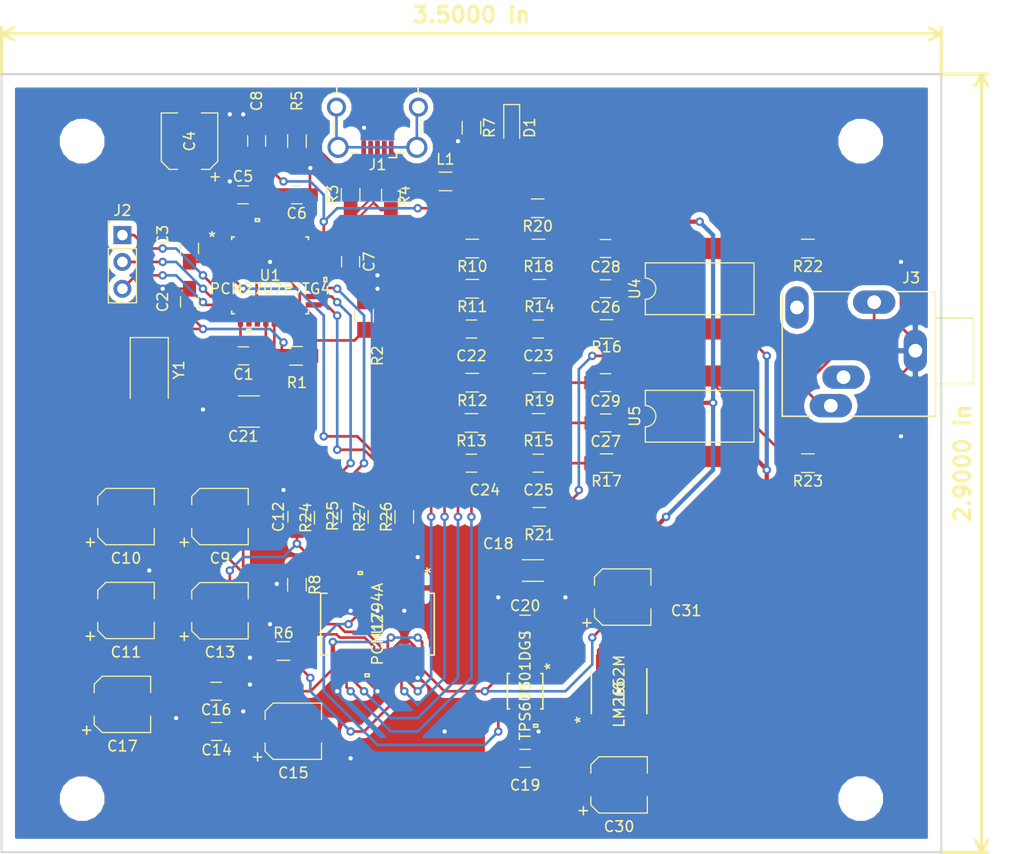
<source format=kicad_pcb>
(kicad_pcb (version 20171130) (host pcbnew "(5.0.0)")
  (layers (0 F.Cu signal) (31 B.Cu signal) (34 B.Paste user) (35 F.Paste user) (36 B.SilkS user) (37 F.SilkS user) (38 B.Mask user) (39 F.Mask user) (44 Edge.Cuts user))
  (net 0 "")
  (net 1 3.3V)
  (net 2 "Net-(C1-Pad1)")
  (net 3 "Net-(C2-Pad1)")
  (net 4 "Net-(C3-Pad1)")
  (net 5 "Net-(C4-Pad1)")
  (net 6 "Net-(C5-Pad2)")
  (net 7 "Net-(C6-Pad2)")
  (net 8 "Net-(C7-Pad1)")
  (net 9 "Net-(C8-Pad2)")
  (net 10 5V)
  (net 11 "Net-(C9-Pad2)")
  (net 12 "Net-(C10-Pad2)")
  (net 13 "Net-(C19-Pad2)")
  (net 14 "Net-(C19-Pad1)")
  (net 15 "Net-(C20-Pad2)")
  (net 16 "Net-(C20-Pad1)")
  (net 17 "Net-(C22-Pad1)")
  (net 18 "Net-(C22-Pad2)")
  (net 19 "Net-(C23-Pad2)")
  (net 20 "Net-(C24-Pad1)")
  (net 21 "Net-(C24-Pad2)")
  (net 22 "Net-(C25-Pad2)")
  (net 23 "Net-(C26-Pad2)")
  (net 24 "Net-(C26-Pad1)")
  (net 25 "Net-(C27-Pad2)")
  (net 26 "Net-(C27-Pad1)")
  (net 27 "Net-(C28-Pad1)")
  (net 28 "Net-(C28-Pad2)")
  (net 29 "Net-(C29-Pad2)")
  (net 30 "Net-(C29-Pad1)")
  (net 31 "Net-(C30-Pad2)")
  (net 32 "Net-(C30-Pad1)")
  (net 33 -5V)
  (net 34 "Net-(D1-Pad1)")
  (net 35 "Net-(J1-Pad6)")
  (net 36 "Net-(J1-Pad4)")
  (net 37 "Net-(J2-Pad3)")
  (net 38 "Net-(J2-Pad2)")
  (net 39 "Net-(J2-Pad1)")
  (net 40 "Net-(R2-Pad1)")
  (net 41 "Net-(R6-Pad2)")
  (net 42 "Net-(R8-Pad1)")
  (net 43 IOUTL-)
  (net 44 IOUTL+)
  (net 45 IOUTR-)
  (net 46 IOUTR+)
  (net 47 OUTL)
  (net 48 OUTR)
  (net 49 "Net-(U1-Pad4)")
  (net 50 "Net-(U1-Pad14)")
  (net 51 "Net-(U1-Pad28)")
  (net 52 "Net-(U1-Pad29)")
  (net 53 "Net-(U4-Pad1)")
  (net 54 "Net-(U4-Pad5)")
  (net 55 "Net-(U4-Pad8)")
  (net 56 "Net-(U5-Pad8)")
  (net 57 "Net-(U5-Pad5)")
  (net 58 "Net-(U5-Pad1)")
  (net 59 "Net-(U6-Pad1)")
  (net 60 "Net-(U6-Pad7)")
  (net 61 GND)
  (net 62 "Net-(U2-Pad13)")
  (net 63 "Net-(U3-Pad1)")
  (net 64 "Net-(U3-Pad2)")
  (net 65 /D-)
  (net 66 "Net-(R25-Pad1)")
  (net 67 /D+)
  (net 68 "Net-(R27-Pad1)")
  (net 69 "Net-(R26-Pad1)")
  (net 70 "Net-(R24-Pad1)")
  (net 71 "Net-(U1-Pad11)")
  (net 72 CLK_N)
  (net 73 DATA_P)
  (net 74 DATA_N)
  (net 75 CLK_P)
  (module Crystals:Crystal_SMD_5032-2pin_5.0x3.2mm (layer F.Cu) (at 35.56 40.695 270)
    (fp_text reference Y1 (at 0 -2.8 270) (layer F.SilkS))
    (fp_text value 12Mhz)
    (pad 1 smd rect (at -1.85 0 270) (size 2 2.4) (layers F.Cu F.Paste F.Mask) (net 3 "Net-(C2-Pad1)"))
    (pad 2 smd rect (at 1.85 0 270) (size 2 2.4) (layers F.Cu F.Paste F.Mask) (net 2 "Net-(C1-Pad1)"))
  )
  (module Housings_DIP:SMDIP-8_W7.62mm (layer F.Cu) (at 87.63 45.085 90)
    (fp_text reference U5 (at 0 -6.14 90) (layer F.SilkS))
    (fp_text value SMDIP-8_W7.62mm)
    (pad 1 smd rect (at -3.81 -3.81 90) (size 2 1.78) (layers F.Cu F.Paste F.Mask) (net 58 "Net-(U5-Pad1)"))
    (pad 5 smd rect (at 3.81 3.81 90) (size 2 1.78) (layers F.Cu F.Paste F.Mask) (net 57 "Net-(U5-Pad5)"))
    (pad 2 smd rect (at -3.81 -1.27 90) (size 2 1.78) (layers F.Cu F.Paste F.Mask) (net 29 "Net-(C29-Pad2)"))
    (pad 6 smd rect (at 3.81 1.27 90) (size 2 1.78) (layers F.Cu F.Paste F.Mask) (net 30 "Net-(C29-Pad1)"))
    (pad 3 smd rect (at -3.81 1.27 90) (size 2 1.78) (layers F.Cu F.Paste F.Mask) (net 26 "Net-(C27-Pad1)"))
    (pad 7 smd rect (at 3.81 -1.27 90) (size 2 1.78) (layers F.Cu F.Paste F.Mask) (net 10 5V))
    (pad 4 smd rect (at -3.81 3.81 90) (size 2 1.78) (layers F.Cu F.Paste F.Mask) (net 33 -5V))
    (pad 8 smd rect (at 3.81 -3.81 90) (size 2 1.78) (layers F.Cu F.Paste F.Mask) (net 56 "Net-(U5-Pad8)"))
  )
  (module Housings_DIP:SMDIP-8_W7.62mm (layer F.Cu) (at 87.63 33.02 90)
    (fp_text reference U4 (at 0 -6.14 90) (layer F.SilkS))
    (fp_text value SMDIP-8_W7.62mm)
    (pad 1 smd rect (at -3.81 -3.81 90) (size 2 1.78) (layers F.Cu F.Paste F.Mask) (net 53 "Net-(U4-Pad1)"))
    (pad 5 smd rect (at 3.81 3.81 90) (size 2 1.78) (layers F.Cu F.Paste F.Mask) (net 54 "Net-(U4-Pad5)"))
    (pad 2 smd rect (at -3.81 -1.27 90) (size 2 1.78) (layers F.Cu F.Paste F.Mask) (net 28 "Net-(C28-Pad2)"))
    (pad 6 smd rect (at 3.81 1.27 90) (size 2 1.78) (layers F.Cu F.Paste F.Mask) (net 27 "Net-(C28-Pad1)"))
    (pad 3 smd rect (at -3.81 1.27 90) (size 2 1.78) (layers F.Cu F.Paste F.Mask) (net 24 "Net-(C26-Pad1)"))
    (pad 7 smd rect (at 3.81 -1.27 90) (size 2 1.78) (layers F.Cu F.Paste F.Mask) (net 10 5V))
    (pad 4 smd rect (at -3.81 3.81 90) (size 2 1.78) (layers F.Cu F.Paste F.Mask) (net 33 -5V))
    (pad 8 smd rect (at 3.81 -3.81 90) (size 2 1.78) (layers F.Cu F.Paste F.Mask) (net 55 "Net-(U4-Pad8)"))
  )
  (module Connectors:Stereo_Jack_3.5mm_Switch_Ledino_KB3SPRS (layer F.Cu) (at 104.14 34.29 180)
    (fp_text reference J3 (at -3.5 2.3 180) (layer F.SilkS))
    (fp_text value AudioJack3_Ground)
    (pad 3 thru_hole oval (at -3.9 -4.6 180) (size 2.2 4) (drill 1.3) (layers *.Cu *.Mask) (net 61 GND))
    (pad 2 thru_hole oval (at 4.1 -9.8 180) (size 4 2.2) (drill 1.3) (layers *.Cu *.Mask) (net 47 OUTL))
    (pad 5 thru_hole oval (at 2.9 -7.1 180) (size 4 2.2) (drill 1.3) (layers *.Cu *.Mask))
    (pad 4 thru_hole oval (at 7.3 -0.5 270) (size 4 2.2) (drill 1.3) (layers *.Cu *.Mask))
    (pad 1 thru_hole oval (at 0 0 180) (size 4 2.2) (drill 1.3) (layers *.Cu *.Mask) (net 48 OUTR))
  )
  (module PCM1794:PCM1794ADBG4 (layer F.Cu) (at 57.15 64.77 270)
    (fp_text reference U2 (at 0 0 270) (layer F.SilkS))
    (fp_text value PCM1794A (at 0 0 270) (layer F.SilkS))
    (fp_text user * (at -5.08 -5.08 270) (layer F.SilkS))
    (pad 28 smd rect (at 3.429 -4.225 270) (size 2.0574 0.4318) (layers F.Cu F.Paste F.Mask) (net 10 5V))
    (pad 27 smd rect (at 3.429 -3.574999 270) (size 2.0574 0.4318) (layers F.Cu F.Paste F.Mask) (net 61 GND))
    (pad 26 smd rect (at 3.429 -2.925 270) (size 2.0574 0.4318) (layers F.Cu F.Paste F.Mask) (net 43 IOUTL-))
    (pad 25 smd rect (at 3.429 -2.274999 270) (size 2.0574 0.4318) (layers F.Cu F.Paste F.Mask) (net 44 IOUTL+))
    (pad 24 smd rect (at 3.429 -1.625001 270) (size 2.0574 0.4318) (layers F.Cu F.Paste F.Mask) (net 61 GND))
    (pad 23 smd rect (at 3.429 -0.974999 270) (size 2.0574 0.4318) (layers F.Cu F.Paste F.Mask) (net 10 5V))
    (pad 22 smd rect (at 3.429 -0.325001 270) (size 2.0574 0.4318) (layers F.Cu F.Paste F.Mask) (net 11 "Net-(C9-Pad2)"))
    (pad 21 smd rect (at 3.429 0.325001 270) (size 2.0574 0.4318) (layers F.Cu F.Paste F.Mask) (net 12 "Net-(C10-Pad2)"))
    (pad 20 smd rect (at 3.429 0.974999 270) (size 2.0574 0.4318) (layers F.Cu F.Paste F.Mask) (net 41 "Net-(R6-Pad2)"))
    (pad 19 smd rect (at 3.429 1.625001 270) (size 2.0574 0.4318) (layers F.Cu F.Paste F.Mask) (net 61 GND))
    (pad 18 smd rect (at 3.429 2.274999 270) (size 2.0574 0.4318) (layers F.Cu F.Paste F.Mask) (net 45 IOUTR-))
    (pad 17 smd rect (at 3.429 2.925 270) (size 2.0574 0.4318) (layers F.Cu F.Paste F.Mask) (net 46 IOUTR+))
    (pad 16 smd rect (at 3.429 3.574999 270) (size 2.0574 0.4318) (layers F.Cu F.Paste F.Mask) (net 61 GND))
    (pad 15 smd rect (at 3.429 4.225 270) (size 2.0574 0.4318) (layers F.Cu F.Paste F.Mask) (net 10 5V))
    (pad 14 smd rect (at -3.429 4.224998 270) (size 2.0574 0.4318) (layers F.Cu F.Paste F.Mask) (net 42 "Net-(R8-Pad1)"))
    (pad 13 smd rect (at -3.429 3.574999 270) (size 2.0574 0.4318) (layers F.Cu F.Paste F.Mask) (net 62 "Net-(U2-Pad13)"))
    (pad 12 smd rect (at -3.429 2.924998 270) (size 2.0574 0.4318) (layers F.Cu F.Paste F.Mask) (net 61 GND))
    (pad 11 smd rect (at -3.429 2.274999 270) (size 2.0574 0.4318) (layers F.Cu F.Paste F.Mask) (net 61 GND))
    (pad 10 smd rect (at -3.429 1.624998 270) (size 2.0574 0.4318) (layers F.Cu F.Paste F.Mask) (net 61 GND))
    (pad 9 smd rect (at -3.429 0.974999 270) (size 2.0574 0.4318) (layers F.Cu F.Paste F.Mask) (net 1 3.3V))
    (pad 8 smd rect (at -3.429 0.324998 270) (size 2.0574 0.4318) (layers F.Cu F.Paste F.Mask) (net 61 GND))
    (pad 7 smd rect (at -3.429 -0.325001 270) (size 2.0574 0.4318) (layers F.Cu F.Paste F.Mask) (net 70 "Net-(R24-Pad1)"))
    (pad 6 smd rect (at -3.429 -0.974999 270) (size 2.0574 0.4318) (layers F.Cu F.Paste F.Mask) (net 66 "Net-(R25-Pad1)"))
    (pad 5 smd rect (at -3.429 -1.625001 270) (size 2.0574 0.4318) (layers F.Cu F.Paste F.Mask) (net 68 "Net-(R27-Pad1)"))
    (pad 4 smd rect (at -3.429 -2.274999 270) (size 2.0574 0.4318) (layers F.Cu F.Paste F.Mask) (net 69 "Net-(R26-Pad1)"))
    (pad 3 smd rect (at -3.429 -2.925 270) (size 2.0574 0.4318) (layers F.Cu F.Paste F.Mask) (net 61 GND))
    (pad 2 smd rect (at -3.429 -3.574999 270) (size 2.0574 0.4318) (layers F.Cu F.Paste F.Mask) (net 61 GND))
    (pad 1 smd rect (at -3.429 -4.225 270) (size 2.0574 0.4318) (layers F.Cu F.Paste F.Mask) (net 61 GND))
  )
  (module Capacitors_SMD:C_1210_HandSoldering (layer F.Cu) (at 44.99 44.64)
    (fp_text reference C21 (at -0.54 2.35) (layer F.SilkS))
    (fp_text value 10uF)
    (pad 1 smd rect (at -2 0) (size 2 2.5) (layers F.Cu F.Paste F.Mask) (net 61 GND))
    (pad 2 smd rect (at 2 0) (size 2 2.5) (layers F.Cu F.Paste F.Mask) (net 1 3.3V))
  )
  (module PCM2707:PCM2707PJTG4 (layer F.Cu) (at 46.99 31.75)
    (fp_text reference U1 (at 0 0) (layer F.SilkS))
    (fp_text value PCM2707PJTG4 (at 0 1.27) (layer F.SilkS))
    (fp_text user * (at -5.4864 -3.581) (layer F.SilkS))
    (pad 32 smd rect (at -2.799999 -4.1148) (size 0.508 1.4732) (layers F.Cu F.Paste F.Mask) (net 5 "Net-(C4-Pad1)"))
    (pad 31 smd rect (at -1.999999 -4.1148) (size 0.508 1.4732) (layers F.Cu F.Paste F.Mask) (net 61 GND))
    (pad 30 smd rect (at -1.2 -4.1148) (size 0.508 1.4732) (layers F.Cu F.Paste F.Mask) (net 6 "Net-(C5-Pad2)"))
    (pad 29 smd rect (at -0.399999 -4.1148) (size 0.508 1.4732) (layers F.Cu F.Paste F.Mask) (net 52 "Net-(U1-Pad29)"))
    (pad 28 smd rect (at 0.399999 -4.1148) (size 0.508 1.4732) (layers F.Cu F.Paste F.Mask) (net 51 "Net-(U1-Pad28)"))
    (pad 27 smd rect (at 1.2 -4.1148) (size 0.508 1.4732) (layers F.Cu F.Paste F.Mask) (net 7 "Net-(C6-Pad2)"))
    (pad 26 smd rect (at 2.000001 -4.1148) (size 0.508 1.4732) (layers F.Cu F.Paste F.Mask) (net 61 GND))
    (pad 25 smd rect (at 2.799999 -4.1148) (size 0.508 1.4732) (layers F.Cu F.Paste F.Mask) (net 61 GND))
    (pad 24 smd rect (at 4.1148 -2.799999 90) (size 0.508 1.4732) (layers F.Cu F.Paste F.Mask) (net 9 "Net-(C8-Pad2)"))
    (pad 23 smd rect (at 4.1148 -1.999999 90) (size 0.508 1.4732) (layers F.Cu F.Paste F.Mask) (net 67 /D+))
    (pad 22 smd rect (at 4.1148 -1.2 90) (size 0.508 1.4732) (layers F.Cu F.Paste F.Mask) (net 65 /D-))
    (pad 21 smd rect (at 4.1148 -0.399999 90) (size 0.508 1.4732) (layers F.Cu F.Paste F.Mask) (net 8 "Net-(C7-Pad1)"))
    (pad 20 smd rect (at 4.1148 0.399999 90) (size 0.508 1.4732) (layers F.Cu F.Paste F.Mask) (net 61 GND))
    (pad 19 smd rect (at 4.1148 1.2 90) (size 0.508 1.4732) (layers F.Cu F.Paste F.Mask) (net 72 CLK_N))
    (pad 18 smd rect (at 4.1148 2.000001 90) (size 0.508 1.4732) (layers F.Cu F.Paste F.Mask) (net 75 CLK_P))
    (pad 17 smd rect (at 4.1148 2.799999 90) (size 0.508 1.4732) (layers F.Cu F.Paste F.Mask) (net 73 DATA_P))
    (pad 16 smd rect (at 2.799999 4.1148) (size 0.508 1.4732) (layers F.Cu F.Paste F.Mask) (net 61 GND))
    (pad 15 smd rect (at 1.999999 4.1148) (size 0.508 1.4732) (layers F.Cu F.Paste F.Mask) (net 40 "Net-(R2-Pad1)"))
    (pad 14 smd rect (at 1.2 4.1148) (size 0.508 1.4732) (layers F.Cu F.Paste F.Mask) (net 50 "Net-(U1-Pad14)"))
    (pad 13 smd rect (at 0.399999 4.1148) (size 0.508 1.4732) (layers F.Cu F.Paste F.Mask) (net 3 "Net-(C2-Pad1)"))
    (pad 12 smd rect (at -0.399999 4.1148) (size 0.508 1.4732) (layers F.Cu F.Paste F.Mask) (net 2 "Net-(C1-Pad1)"))
    (pad 11 smd rect (at -1.2 4.1148) (size 0.508 1.4732) (layers F.Cu F.Paste F.Mask) (net 71 "Net-(U1-Pad11)"))
    (pad 10 smd rect (at -2.000001 4.1148) (size 0.508 1.4732) (layers F.Cu F.Paste F.Mask) (net 61 GND))
    (pad 9 smd rect (at -2.799999 4.1148) (size 0.508 1.4732) (layers F.Cu F.Paste F.Mask) (net 61 GND))
    (pad 8 smd rect (at -4.1148 2.799999 90) (size 0.508 1.4732) (layers F.Cu F.Paste F.Mask) (net 37 "Net-(J2-Pad3)"))
    (pad 7 smd rect (at -4.1148 1.999999 90) (size 0.508 1.4732) (layers F.Cu F.Paste F.Mask) (net 38 "Net-(J2-Pad2)"))
    (pad 6 smd rect (at -4.1148 1.2 90) (size 0.508 1.4732) (layers F.Cu F.Paste F.Mask) (net 39 "Net-(J2-Pad1)"))
    (pad 5 smd rect (at -4.1148 0.399999 90) (size 0.508 1.4732) (layers F.Cu F.Paste F.Mask) (net 74 DATA_N))
    (pad 4 smd rect (at -4.1148 -0.399999 90) (size 0.508 1.4732) (layers F.Cu F.Paste F.Mask) (net 49 "Net-(U1-Pad4)"))
    (pad 3 smd rect (at -4.1148 -1.2 90) (size 0.508 1.4732) (layers F.Cu F.Paste F.Mask) (net 61 GND))
    (pad 2 smd rect (at -4.1148 -2.000001 90) (size 0.508 1.4732) (layers F.Cu F.Paste F.Mask) (net 4 "Net-(C3-Pad1)"))
    (pad 1 smd rect (at -4.1148 -2.799999 90) (size 0.508 1.4732) (layers F.Cu F.Paste F.Mask) (net 61 GND))
  )
  (module Resistors_SMD:R_0805_HandSoldering (layer F.Cu) (at 66.12 29.21 180)
    (fp_text reference R10 (at 0 -1.7 180) (layer F.SilkS))
    (fp_text value 887R)
    (pad 1 smd rect (at -1.35 0 180) (size 1.5 1.3) (layers F.Cu F.Paste F.Mask) (net 17 "Net-(C22-Pad1)"))
    (pad 2 smd rect (at 1.35 0 180) (size 1.5 1.3) (layers F.Cu F.Paste F.Mask) (net 43 IOUTL-))
  )
  (module Resistors_SMD:R_0805_HandSoldering (layer F.Cu) (at 66.04 17.78 270)
    (fp_text reference R7 (at 0 -1.7 270) (layer F.SilkS))
    (fp_text value 560R)
    (pad 1 smd rect (at -1.35 0 270) (size 1.5 1.3) (layers F.Cu F.Paste F.Mask) (net 34 "Net-(D1-Pad1)"))
    (pad 2 smd rect (at 1.35 0 270) (size 1.5 1.3) (layers F.Cu F.Paste F.Mask) (net 61 GND))
  )
  (module Resistors_SMD:R_0805_HandSoldering (layer F.Cu) (at 54.61 24.13 90)
    (fp_text reference R3 (at 0 -1.7 90) (layer F.SilkS))
    (fp_text value 22R)
    (pad 1 smd rect (at -1.35 0 90) (size 1.5 1.3) (layers F.Cu F.Paste F.Mask) (net 67 /D+))
    (pad 2 smd rect (at 1.35 0 90) (size 1.5 1.3) (layers F.Cu F.Paste F.Mask) (net 67 /D+))
  )
  (module Capacitors_SMD:C_0805_HandSoldering (layer F.Cu) (at 44.47 39.37 180)
    (fp_text reference C1 (at 0 -1.75 180) (layer F.SilkS))
    (fp_text value 22pF)
    (pad 1 smd rect (at -1.25 0 180) (size 1.5 1.25) (layers F.Cu F.Paste F.Mask) (net 2 "Net-(C1-Pad1)"))
    (pad 2 smd rect (at 1.25 0 180) (size 1.5 1.25) (layers F.Cu F.Paste F.Mask) (net 61 GND))
  )
  (module LEDs:LED_0805_HandSoldering (layer F.Cu) (at 69.85 17.78 270)
    (fp_text reference D1 (at 0 -1.7 270) (layer F.SilkS))
    (fp_text value "LED blue")
    (pad 1 smd rect (at -1.35 0 270) (size 1.5 1.3) (layers F.Cu F.Paste F.Mask) (net 34 "Net-(D1-Pad1)"))
    (pad 2 smd rect (at 1.35 0 270) (size 1.5 1.3) (layers F.Cu F.Paste F.Mask) (net 10 5V))
  )
  (module Capacitors_SMD:CP_Elec_5x5.8 (layer F.Cu) (at 39.37 19.05 90)
    (fp_text reference C4 (at 0 0 90) (layer F.SilkS))
    (fp_text value 10uF)
    (fp_text user + (at -3.38 2.35 90) (layer F.SilkS))
    (pad 1 smd rect (at -2.2 0 270) (size 3 1.6) (layers F.Cu F.Paste F.Mask) (net 5 "Net-(C4-Pad1)"))
    (pad 2 smd rect (at 2.2 0 270) (size 3 1.6) (layers F.Cu F.Paste F.Mask) (net 61 GND))
  )
  (module Connectors_USB:USB_Micro-B_Wuerth-629105150521_CircularHoles (layer F.Cu) (at 57.15 17.78 180)
    (fp_text reference J1 (at 0 -3.5 180) (layer F.SilkS))
    (fp_text value USB_OTG)
    (pad 1 smd rect (at -1.3 -1.9 180) (size 0.45 1.3) (layers F.Cu F.Paste F.Mask) (net 10 5V))
    (pad 2 smd rect (at -0.65 -1.9 180) (size 0.45 1.3) (layers F.Cu F.Paste F.Mask) (net 65 /D-))
    (pad 3 smd rect (at 0 -1.9 180) (size 0.45 1.3) (layers F.Cu F.Paste F.Mask) (net 67 /D+))
    (pad 4 smd rect (at 0.65 -1.9 180) (size 0.45 1.3) (layers F.Cu F.Paste F.Mask) (net 36 "Net-(J1-Pad4)"))
    (pad 5 smd rect (at 1.3 -1.9 180) (size 0.45 1.3) (layers F.Cu F.Paste F.Mask) (net 61 GND))
    (pad 6 thru_hole circle (at -3.725 -1.85 180) (size 2 2) (drill 1.4) (layers *.Cu *.Mask) (net 35 "Net-(J1-Pad6)"))
    (pad 6 thru_hole circle (at 3.725 -1.85 180) (size 2 2) (drill 1.4) (layers *.Cu *.Mask) (net 35 "Net-(J1-Pad6)"))
    (pad 6 thru_hole circle (at -3.875 1.95 180) (size 1.8 1.8) (drill 1.2) (layers *.Cu *.Mask) (net 35 "Net-(J1-Pad6)"))
    (pad 6 thru_hole circle (at 3.875 1.95 180) (size 1.8 1.8) (drill 1.2) (layers *.Cu *.Mask) (net 35 "Net-(J1-Pad6)"))
    (pad "" np_thru_hole circle (at -2.5 -0.8 180) (size 0.8 0.8) (drill 0.8) (layers *.Cu *.Mask))
    (pad "" np_thru_hole circle (at 2.5 -0.8 180) (size 0.8 0.8) (drill 0.8) (layers *.Cu *.Mask))
  )
  (module Resistors_SMD:R_0805_HandSoldering (layer F.Cu) (at 52.07 54.69 90)
    (fp_text reference R24 (at 0 -1.7 90) (layer F.SilkS))
    (fp_text value 10R)
    (pad 1 smd rect (at -1.35 0 90) (size 1.5 1.3) (layers F.Cu F.Paste F.Mask) (net 70 "Net-(R24-Pad1)"))
    (pad 2 smd rect (at 1.35 0 90) (size 1.5 1.3) (layers F.Cu F.Paste F.Mask) (net 75 CLK_P))
  )
  (module Resistors_SMD:R_0805_HandSoldering (layer F.Cu) (at 59.69 54.61 90)
    (fp_text reference R26 (at 0 -1.7 90) (layer F.SilkS))
    (fp_text value 10R)
    (pad 1 smd rect (at -1.35 0 90) (size 1.5 1.3) (layers F.Cu F.Paste F.Mask) (net 69 "Net-(R26-Pad1)"))
    (pad 2 smd rect (at 1.35 0 90) (size 1.5 1.3) (layers F.Cu F.Paste F.Mask) (net 74 DATA_N))
  )
  (module Resistors_SMD:R_0805_HandSoldering (layer F.Cu) (at 57.15 54.61 90)
    (fp_text reference R27 (at 0 -1.7 90) (layer F.SilkS))
    (fp_text value 47R)
    (pad 1 smd rect (at -1.35 0 90) (size 1.5 1.3) (layers F.Cu F.Paste F.Mask) (net 68 "Net-(R27-Pad1)"))
    (pad 2 smd rect (at 1.35 0 90) (size 1.5 1.3) (layers F.Cu F.Paste F.Mask) (net 73 DATA_P))
  )
  (module Resistors_SMD:R_0805_HandSoldering (layer F.Cu) (at 54.61 54.53 90)
    (fp_text reference R25 (at 0 -1.7 90) (layer F.SilkS))
    (fp_text value 10R)
    (pad 1 smd rect (at -1.35 0 90) (size 1.5 1.3) (layers F.Cu F.Paste F.Mask) (net 66 "Net-(R25-Pad1)"))
    (pad 2 smd rect (at 1.35 0 90) (size 1.5 1.3) (layers F.Cu F.Paste F.Mask) (net 72 CLK_N))
  )
  (module Capacitors_SMD:C_0805_HandSoldering (layer F.Cu) (at 39.37 34.27 90)
    (fp_text reference C2 (at 0 -2.54 90) (layer F.SilkS))
    (fp_text value 22pF)
    (pad 1 smd rect (at -1.25 0 90) (size 1.5 1.25) (layers F.Cu F.Paste F.Mask) (net 3 "Net-(C2-Pad1)"))
    (pad 2 smd rect (at 1.25 0 90) (size 1.5 1.25) (layers F.Cu F.Paste F.Mask) (net 61 GND))
  )
  (module Capacitors_SMD:C_0805_HandSoldering (layer F.Cu) (at 39.37 29.21 270)
    (fp_text reference C3 (at -1.27 2.54 270) (layer F.SilkS))
    (fp_text value 1uF)
    (pad 1 smd rect (at -1.25 0 270) (size 1.5 1.25) (layers F.Cu F.Paste F.Mask) (net 4 "Net-(C3-Pad1)"))
    (pad 2 smd rect (at 1.25 0 270) (size 1.5 1.25) (layers F.Cu F.Paste F.Mask) (net 61 GND))
  )
  (module Capacitors_SMD:C_0805_HandSoldering (layer F.Cu) (at 44.43 24.13)
    (fp_text reference C5 (at 0 -1.75) (layer F.SilkS))
    (fp_text value 1uF)
    (pad 1 smd rect (at -1.25 0) (size 1.5 1.25) (layers F.Cu F.Paste F.Mask) (net 61 GND))
    (pad 2 smd rect (at 1.25 0) (size 1.5 1.25) (layers F.Cu F.Paste F.Mask) (net 6 "Net-(C5-Pad2)"))
  )
  (module Capacitors_SMD:C_0805_HandSoldering (layer F.Cu) (at 49.51 24.13 180)
    (fp_text reference C6 (at 0 -1.75 180) (layer F.SilkS))
    (fp_text value 1uF)
    (pad 1 smd rect (at -1.25 0 180) (size 1.5 1.25) (layers F.Cu F.Paste F.Mask) (net 61 GND))
    (pad 2 smd rect (at 1.25 0 180) (size 1.5 1.25) (layers F.Cu F.Paste F.Mask) (net 7 "Net-(C6-Pad2)"))
  )
  (module Capacitors_SMD:C_0805_HandSoldering (layer F.Cu) (at 54.61 30.46 270)
    (fp_text reference C7 (at 0 -1.75 270) (layer F.SilkS))
    (fp_text value 1uF)
    (pad 1 smd rect (at -1.25 0 270) (size 1.5 1.25) (layers F.Cu F.Paste F.Mask) (net 8 "Net-(C7-Pad1)"))
    (pad 2 smd rect (at 1.25 0 270) (size 1.5 1.25) (layers F.Cu F.Paste F.Mask) (net 61 GND))
  )
  (module Capacitors_SMD:C_0805_HandSoldering (layer F.Cu) (at 45.72 19.03 270)
    (fp_text reference C8 (at -3.79 0 270) (layer F.SilkS))
    (fp_text value 1uF)
    (pad 1 smd rect (at -1.25 0 270) (size 1.5 1.25) (layers F.Cu F.Paste F.Mask) (net 61 GND))
    (pad 2 smd rect (at 1.25 0 270) (size 1.5 1.25) (layers F.Cu F.Paste F.Mask) (net 9 "Net-(C8-Pad2)"))
  )
  (module Capacitors_SMD:CP_Elec_5x5.3 (layer F.Cu) (at 42.25 54.61)
    (fp_text reference C9 (at 0 3.92) (layer F.SilkS))
    (fp_text value 47uF)
    (fp_text user + (at -3.38 2.34) (layer F.SilkS))
    (pad 1 smd rect (at -2.2 0 180) (size 3 1.6) (layers F.Cu F.Paste F.Mask) (net 10 5V))
    (pad 2 smd rect (at 2.2 0 180) (size 3 1.6) (layers F.Cu F.Paste F.Mask) (net 11 "Net-(C9-Pad2)"))
  )
  (module Capacitors_SMD:CP_Elec_5x5.3 (layer F.Cu) (at 33.36 54.61)
    (fp_text reference C10 (at 0 3.92) (layer F.SilkS))
    (fp_text value 47uF)
    (fp_text user + (at -3.38 2.34) (layer F.SilkS))
    (pad 1 smd rect (at -2.2 0 180) (size 3 1.6) (layers F.Cu F.Paste F.Mask) (net 10 5V))
    (pad 2 smd rect (at 2.2 0 180) (size 3 1.6) (layers F.Cu F.Paste F.Mask) (net 12 "Net-(C10-Pad2)"))
  )
  (module Capacitors_SMD:CP_Elec_5x5.3 (layer F.Cu) (at 33.36 63.5)
    (fp_text reference C11 (at 0 3.92) (layer F.SilkS))
    (fp_text value 10uF)
    (fp_text user + (at -3.38 2.34) (layer F.SilkS))
    (pad 1 smd rect (at -2.2 0 180) (size 3 1.6) (layers F.Cu F.Paste F.Mask) (net 10 5V))
    (pad 2 smd rect (at 2.2 0 180) (size 3 1.6) (layers F.Cu F.Paste F.Mask) (net 61 GND))
  )
  (module Capacitors_SMD:C_0805_HandSoldering (layer F.Cu) (at 49.53 54.61 90)
    (fp_text reference C12 (at 0 -1.75 90) (layer F.SilkS))
    (fp_text value 0.1uF)
    (pad 1 smd rect (at -1.25 0 90) (size 1.5 1.25) (layers F.Cu F.Paste F.Mask) (net 1 3.3V))
    (pad 2 smd rect (at 1.25 0 90) (size 1.5 1.25) (layers F.Cu F.Paste F.Mask) (net 61 GND))
  )
  (module Capacitors_SMD:CP_Elec_5x5.8 (layer F.Cu) (at 42.25 63.5)
    (fp_text reference C13 (at 0 3.92) (layer F.SilkS))
    (fp_text value 10uF)
    (fp_text user + (at -3.38 2.35) (layer F.SilkS))
    (pad 1 smd rect (at -2.2 0 180) (size 3 1.6) (layers F.Cu F.Paste F.Mask) (net 1 3.3V))
    (pad 2 smd rect (at 2.2 0 180) (size 3 1.6) (layers F.Cu F.Paste F.Mask) (net 61 GND))
  )
  (module Capacitors_SMD:C_0805_HandSoldering (layer F.Cu) (at 41.93 74.93 180)
    (fp_text reference C14 (at 0 -1.75 180) (layer F.SilkS))
    (fp_text value 0.1u)
    (pad 1 smd rect (at -1.25 0 180) (size 1.5 1.25) (layers F.Cu F.Paste F.Mask) (net 61 GND))
    (pad 2 smd rect (at 1.25 0 180) (size 1.5 1.25) (layers F.Cu F.Paste F.Mask) (net 10 5V))
  )
  (module Capacitors_SMD:CP_Elec_5x5.3 (layer F.Cu) (at 49.19 74.93)
    (fp_text reference C15 (at 0 3.92) (layer F.SilkS))
    (fp_text value 10uF)
    (fp_text user + (at -3.38 2.34) (layer F.SilkS))
    (pad 1 smd rect (at -2.2 0 180) (size 3 1.6) (layers F.Cu F.Paste F.Mask) (net 10 5V))
    (pad 2 smd rect (at 2.2 0 180) (size 3 1.6) (layers F.Cu F.Paste F.Mask) (net 61 GND))
  )
  (module Capacitors_SMD:C_0805_HandSoldering (layer F.Cu) (at 41.89 71.12 180)
    (fp_text reference C16 (at 0 -1.75 180) (layer F.SilkS))
    (fp_text value 0.1u)
    (pad 1 smd rect (at -1.25 0 180) (size 1.5 1.25) (layers F.Cu F.Paste F.Mask) (net 61 GND))
    (pad 2 smd rect (at 1.25 0 180) (size 1.5 1.25) (layers F.Cu F.Paste F.Mask) (net 10 5V))
  )
  (module Capacitors_SMD:CP_Elec_5x5.3 (layer F.Cu) (at 33.02 72.39)
    (fp_text reference C17 (at 0 3.92) (layer F.SilkS))
    (fp_text value 10uF)
    (fp_text user + (at -3.38 2.34) (layer F.SilkS))
    (pad 1 smd rect (at -2.2 0 180) (size 3 1.6) (layers F.Cu F.Paste F.Mask) (net 10 5V))
    (pad 2 smd rect (at 2.2 0 180) (size 3 1.6) (layers F.Cu F.Paste F.Mask) (net 61 GND))
  )
  (module Capacitors_SMD:C_1206_HandSoldering (layer F.Cu) (at 71.85 59.69 180)
    (fp_text reference C18 (at 3.27 2.54 180) (layer F.SilkS))
    (fp_text value 2.2uF)
    (pad 1 smd rect (at -2 0 180) (size 2 1.6) (layers F.Cu F.Paste F.Mask) (net 10 5V))
    (pad 2 smd rect (at 2 0 180) (size 2 1.6) (layers F.Cu F.Paste F.Mask) (net 61 GND))
  )
  (module Capacitors_SMD:C_0805_HandSoldering (layer F.Cu) (at 71.12 77.47)
    (fp_text reference C19 (at 0 2.54) (layer F.SilkS))
    (fp_text value 1uF)
    (pad 1 smd rect (at -1.25 0) (size 1.5 1.25) (layers F.Cu F.Paste F.Mask) (net 14 "Net-(C19-Pad1)"))
    (pad 2 smd rect (at 1.25 0) (size 1.5 1.25) (layers F.Cu F.Paste F.Mask) (net 13 "Net-(C19-Pad2)"))
  )
  (module Capacitors_SMD:C_0805_HandSoldering (layer F.Cu) (at 71.12 64.77)
    (fp_text reference C20 (at 0 -1.75) (layer F.SilkS))
    (fp_text value 1uF)
    (pad 1 smd rect (at -1.25 0) (size 1.5 1.25) (layers F.Cu F.Paste F.Mask) (net 16 "Net-(C20-Pad1)"))
    (pad 2 smd rect (at 1.25 0) (size 1.5 1.25) (layers F.Cu F.Paste F.Mask) (net 15 "Net-(C20-Pad2)"))
  )
  (module Capacitors_SMD:C_0805_HandSoldering (layer F.Cu) (at 66.04 36.83)
    (fp_text reference C22 (at 0 2.54) (layer F.SilkS))
    (fp_text value 4.7nF)
    (pad 1 smd rect (at -1.25 0) (size 1.5 1.25) (layers F.Cu F.Paste F.Mask) (net 17 "Net-(C22-Pad1)"))
    (pad 2 smd rect (at 1.25 0) (size 1.5 1.25) (layers F.Cu F.Paste F.Mask) (net 18 "Net-(C22-Pad2)"))
  )
  (module Capacitors_SMD:C_0805_HandSoldering (layer F.Cu) (at 72.37 36.83 180)
    (fp_text reference C23 (at 0 -2.54 180) (layer F.SilkS))
    (fp_text value 4.7nF)
    (pad 1 smd rect (at -1.25 0 180) (size 1.5 1.25) (layers F.Cu F.Paste F.Mask) (net 18 "Net-(C22-Pad2)"))
    (pad 2 smd rect (at 1.25 0 180) (size 1.5 1.25) (layers F.Cu F.Paste F.Mask) (net 19 "Net-(C23-Pad2)"))
  )
  (module Capacitors_SMD:C_0805_HandSoldering (layer F.Cu) (at 66.04 49.53)
    (fp_text reference C24 (at 1.27 2.54) (layer F.SilkS))
    (fp_text value 4.7nF)
    (pad 1 smd rect (at -1.25 0) (size 1.5 1.25) (layers F.Cu F.Paste F.Mask) (net 20 "Net-(C24-Pad1)"))
    (pad 2 smd rect (at 1.25 0) (size 1.5 1.25) (layers F.Cu F.Paste F.Mask) (net 21 "Net-(C24-Pad2)"))
  )
  (module Capacitors_SMD:C_0805_HandSoldering (layer F.Cu) (at 72.37 49.53)
    (fp_text reference C25 (at 0.02 2.54) (layer F.SilkS))
    (fp_text value 4.7nF)
    (pad 1 smd rect (at -1.25 0) (size 1.5 1.25) (layers F.Cu F.Paste F.Mask) (net 21 "Net-(C24-Pad2)"))
    (pad 2 smd rect (at 1.25 0) (size 1.5 1.25) (layers F.Cu F.Paste F.Mask) (net 22 "Net-(C25-Pad2)"))
  )
  (module Capacitors_SMD:C_0805_HandSoldering (layer F.Cu) (at 78.72 33.02 180)
    (fp_text reference C26 (at 0 -1.75 180) (layer F.SilkS))
    (fp_text value 1nF)
    (pad 1 smd rect (at -1.25 0 180) (size 1.5 1.25) (layers F.Cu F.Paste F.Mask) (net 24 "Net-(C26-Pad1)"))
    (pad 2 smd rect (at 1.25 0 180) (size 1.5 1.25) (layers F.Cu F.Paste F.Mask) (net 23 "Net-(C26-Pad2)"))
  )
  (module Capacitors_SMD:C_0805_HandSoldering (layer F.Cu) (at 78.74 45.72 180)
    (fp_text reference C27 (at 0 -1.75 180) (layer F.SilkS))
    (fp_text value 1nF)
    (pad 1 smd rect (at -1.25 0 180) (size 1.5 1.25) (layers F.Cu F.Paste F.Mask) (net 26 "Net-(C27-Pad1)"))
    (pad 2 smd rect (at 1.25 0 180) (size 1.5 1.25) (layers F.Cu F.Paste F.Mask) (net 25 "Net-(C27-Pad2)"))
  )
  (module Capacitors_SMD:C_0805_HandSoldering (layer F.Cu) (at 78.72 29.21 180)
    (fp_text reference C28 (at 0 -1.75 180) (layer F.SilkS))
    (fp_text value 1nF)
    (pad 1 smd rect (at -1.25 0 180) (size 1.5 1.25) (layers F.Cu F.Paste F.Mask) (net 27 "Net-(C28-Pad1)"))
    (pad 2 smd rect (at 1.25 0 180) (size 1.5 1.25) (layers F.Cu F.Paste F.Mask) (net 28 "Net-(C28-Pad2)"))
  )
  (module Capacitors_SMD:C_0805_HandSoldering (layer F.Cu) (at 78.72 41.91 180)
    (fp_text reference C29 (at 0 -1.75 180) (layer F.SilkS))
    (fp_text value 1nF)
    (pad 1 smd rect (at -1.25 0 180) (size 1.5 1.25) (layers F.Cu F.Paste F.Mask) (net 30 "Net-(C29-Pad1)"))
    (pad 2 smd rect (at 1.25 0 180) (size 1.5 1.25) (layers F.Cu F.Paste F.Mask) (net 29 "Net-(C29-Pad2)"))
  )
  (module Capacitors_SMD:CP_Elec_5x5.3 (layer F.Cu) (at 80.01 80.01)
    (fp_text reference C30 (at 0 3.92) (layer F.SilkS))
    (fp_text value 47uF)
    (fp_text user + (at -3.38 2.34) (layer F.SilkS))
    (pad 1 smd rect (at -2.2 0 180) (size 3 1.6) (layers F.Cu F.Paste F.Mask) (net 32 "Net-(C30-Pad1)"))
    (pad 2 smd rect (at 2.2 0 180) (size 3 1.6) (layers F.Cu F.Paste F.Mask) (net 31 "Net-(C30-Pad2)"))
  )
  (module Capacitors_SMD:CP_Elec_5x5.3 (layer F.Cu) (at 80.35 62.23)
    (fp_text reference C31 (at 6.01 1.27) (layer F.SilkS))
    (fp_text value 47uF)
    (fp_text user + (at -3.38 2.34) (layer F.SilkS))
    (pad 1 smd rect (at -2.2 0 180) (size 3 1.6) (layers F.Cu F.Paste F.Mask) (net 61 GND))
    (pad 2 smd rect (at 2.2 0 180) (size 3 1.6) (layers F.Cu F.Paste F.Mask) (net 33 -5V))
  )
  (module Pin_Headers:Pin_Header_Straight_1x03_Pitch2.54mm (layer F.Cu) (at 33.02 27.94)
    (fp_text reference J2 (at 0 -2.33) (layer F.SilkS))
    (fp_text value HID_JMP)
    (pad 1 thru_hole rect (at 0 0) (size 1.7 1.7) (drill 1) (layers *.Cu *.Mask) (net 39 "Net-(J2-Pad1)"))
    (pad 2 thru_hole oval (at 0 2.54) (size 1.7 1.7) (drill 1) (layers *.Cu *.Mask) (net 38 "Net-(J2-Pad2)"))
    (pad 3 thru_hole oval (at 0 5.08) (size 1.7 1.7) (drill 1) (layers *.Cu *.Mask) (net 37 "Net-(J2-Pad3)"))
  )
  (module Inductors_SMD:L_0805_HandSoldering (layer F.Cu) (at 63.58 22.86)
    (fp_text reference L1 (at 0 -2.1) (layer F.SilkS))
    (fp_text value 1A)
    (pad 1 smd rect (at -1.35 0) (size 1.5 1.3) (layers F.Cu F.Paste F.Mask) (net 10 5V))
    (pad 2 smd rect (at 1.35 0) (size 1.5 1.3) (layers F.Cu F.Paste F.Mask) (net 9 "Net-(C8-Pad2)"))
  )
  (module Resistors_SMD:R_0805_HandSoldering (layer F.Cu) (at 49.45 39.37)
    (fp_text reference R1 (at 0.08 2.54) (layer F.SilkS))
    (fp_text value 1M)
    (pad 1 smd rect (at -1.35 0) (size 1.5 1.3) (layers F.Cu F.Paste F.Mask) (net 3 "Net-(C2-Pad1)"))
    (pad 2 smd rect (at 1.35 0) (size 1.5 1.3) (layers F.Cu F.Paste F.Mask) (net 2 "Net-(C1-Pad1)"))
  )
  (module Resistors_SMD:R_0805_HandSoldering (layer F.Cu) (at 55.88 35.56 90)
    (fp_text reference R2 (at -3.81 1.27 90) (layer F.SilkS))
    (fp_text value 1.5k)
    (pad 1 smd rect (at -1.35 0 90) (size 1.5 1.3) (layers F.Cu F.Paste F.Mask) (net 40 "Net-(R2-Pad1)"))
    (pad 2 smd rect (at 1.35 0 90) (size 1.5 1.3) (layers F.Cu F.Paste F.Mask) (net 61 GND))
  )
  (module Resistors_SMD:R_0805_HandSoldering (layer F.Cu) (at 58.42 24.21 90)
    (fp_text reference R4 (at 0 1.27 90) (layer F.SilkS))
    (fp_text value 22R)
    (pad 1 smd rect (at -1.35 0 90) (size 1.5 1.3) (layers F.Cu F.Paste F.Mask) (net 65 /D-))
    (pad 2 smd rect (at 1.35 0 90) (size 1.5 1.3) (layers F.Cu F.Paste F.Mask) (net 65 /D-))
  )
  (module Resistors_SMD:R_0805_HandSoldering (layer F.Cu) (at 49.53 19.05 90)
    (fp_text reference R5 (at 3.81 0 90) (layer F.SilkS))
    (fp_text value 1.5k)
    (pad 1 smd rect (at -1.35 0 90) (size 1.5 1.3) (layers F.Cu F.Paste F.Mask) (net 61 GND))
    (pad 2 smd rect (at 1.35 0 90) (size 1.5 1.3) (layers F.Cu F.Paste F.Mask) (net 67 /D+))
  )
  (module Resistors_SMD:R_0805_HandSoldering (layer F.Cu) (at 48.26 67.31)
    (fp_text reference R6 (at 0 -1.7 -180) (layer F.SilkS))
    (fp_text value 10k)
    (pad 1 smd rect (at -1.35 0) (size 1.5 1.3) (layers F.Cu F.Paste F.Mask) (net 61 GND))
    (pad 2 smd rect (at 1.35 0) (size 1.5 1.3) (layers F.Cu F.Paste F.Mask) (net 41 "Net-(R6-Pad2)"))
  )
  (module Resistors_SMD:R_0805_HandSoldering (layer F.Cu) (at 49.53 61.04 270)
    (fp_text reference R8 (at 0 -1.7 90) (layer F.SilkS))
    (fp_text value 10k)
    (pad 1 smd rect (at -1.35 0 270) (size 1.5 1.3) (layers F.Cu F.Paste F.Mask) (net 42 "Net-(R8-Pad1)"))
    (pad 2 smd rect (at 1.35 0 270) (size 1.5 1.3) (layers F.Cu F.Paste F.Mask) (net 61 GND))
  )
  (module Resistors_SMD:R_0805_HandSoldering (layer F.Cu) (at 66.12 33.02 180)
    (fp_text reference R11 (at 0 -1.7 180) (layer F.SilkS))
    (fp_text value 887R)
    (pad 1 smd rect (at -1.35 0 180) (size 1.5 1.3) (layers F.Cu F.Paste F.Mask) (net 19 "Net-(C23-Pad2)"))
    (pad 2 smd rect (at 1.35 0 180) (size 1.5 1.3) (layers F.Cu F.Paste F.Mask) (net 44 IOUTL+))
  )
  (module Resistors_SMD:R_0805_HandSoldering (layer F.Cu) (at 66.12 41.91 180)
    (fp_text reference R12 (at 0 -1.7 180) (layer F.SilkS))
    (fp_text value 887R)
    (pad 1 smd rect (at -1.35 0 180) (size 1.5 1.3) (layers F.Cu F.Paste F.Mask) (net 20 "Net-(C24-Pad1)"))
    (pad 2 smd rect (at 1.35 0 180) (size 1.5 1.3) (layers F.Cu F.Paste F.Mask) (net 45 IOUTR-))
  )
  (module Resistors_SMD:R_0805_HandSoldering (layer F.Cu) (at 66.04 45.72 180)
    (fp_text reference R13 (at 0 -1.7 180) (layer F.SilkS))
    (fp_text value 887R)
    (pad 1 smd rect (at -1.35 0 180) (size 1.5 1.3) (layers F.Cu F.Paste F.Mask) (net 22 "Net-(C25-Pad2)"))
    (pad 2 smd rect (at 1.35 0 180) (size 1.5 1.3) (layers F.Cu F.Paste F.Mask) (net 46 IOUTR+))
  )
  (module Resistors_SMD:R_0805_HandSoldering (layer F.Cu) (at 72.47 33.02 180)
    (fp_text reference R14 (at 0 -1.7 180) (layer F.SilkS))
    (fp_text value 887R)
    (pad 1 smd rect (at -1.35 0 180) (size 1.5 1.3) (layers F.Cu F.Paste F.Mask) (net 23 "Net-(C26-Pad2)"))
    (pad 2 smd rect (at 1.35 0 180) (size 1.5 1.3) (layers F.Cu F.Paste F.Mask) (net 19 "Net-(C23-Pad2)"))
  )
  (module Resistors_SMD:R_0805_HandSoldering (layer F.Cu) (at 72.39 45.72 180)
    (fp_text reference R15 (at 0 -1.7 180) (layer F.SilkS))
    (fp_text value 887R)
    (pad 1 smd rect (at -1.35 0 180) (size 1.5 1.3) (layers F.Cu F.Paste F.Mask) (net 25 "Net-(C27-Pad2)"))
    (pad 2 smd rect (at 1.35 0 180) (size 1.5 1.3) (layers F.Cu F.Paste F.Mask) (net 22 "Net-(C25-Pad2)"))
  )
  (module Resistors_SMD:R_0805_HandSoldering (layer F.Cu) (at 78.82 36.83 180)
    (fp_text reference R16 (at 0 -1.7 180) (layer F.SilkS))
    (fp_text value 1.02k)
    (pad 1 smd rect (at -1.35 0 180) (size 1.5 1.3) (layers F.Cu F.Paste F.Mask) (net 24 "Net-(C26-Pad1)"))
    (pad 2 smd rect (at 1.35 0 180) (size 1.5 1.3) (layers F.Cu F.Paste F.Mask) (net 19 "Net-(C23-Pad2)"))
  )
  (module Resistors_SMD:R_0805_HandSoldering (layer F.Cu) (at 78.82 49.53 180)
    (fp_text reference R17 (at 0 -1.7 180) (layer F.SilkS))
    (fp_text value 1.02k)
    (pad 1 smd rect (at -1.35 0 180) (size 1.5 1.3) (layers F.Cu F.Paste F.Mask) (net 26 "Net-(C27-Pad1)"))
    (pad 2 smd rect (at 1.35 0 180) (size 1.5 1.3) (layers F.Cu F.Paste F.Mask) (net 22 "Net-(C25-Pad2)"))
  )
  (module Resistors_SMD:R_0805_HandSoldering (layer F.Cu) (at 72.39 29.21 180)
    (fp_text reference R18 (at 0 -1.7 180) (layer F.SilkS))
    (fp_text value 1.02k)
    (pad 1 smd rect (at -1.35 0 180) (size 1.5 1.3) (layers F.Cu F.Paste F.Mask) (net 28 "Net-(C28-Pad2)"))
    (pad 2 smd rect (at 1.35 0 180) (size 1.5 1.3) (layers F.Cu F.Paste F.Mask) (net 17 "Net-(C22-Pad1)"))
  )
  (module Resistors_SMD:R_0805_HandSoldering (layer F.Cu) (at 72.47 41.91 180)
    (fp_text reference R19 (at 0 -1.7 180) (layer F.SilkS))
    (fp_text value 1.02k)
    (pad 1 smd rect (at -1.35 0 180) (size 1.5 1.3) (layers F.Cu F.Paste F.Mask) (net 29 "Net-(C29-Pad2)"))
    (pad 2 smd rect (at 1.35 0 180) (size 1.5 1.3) (layers F.Cu F.Paste F.Mask) (net 20 "Net-(C24-Pad1)"))
  )
  (module Resistors_SMD:R_0805_HandSoldering (layer F.Cu) (at 72.31 25.4 180)
    (fp_text reference R20 (at 0 -1.7 180) (layer F.SilkS))
    (fp_text value 887R)
    (pad 1 smd rect (at -1.35 0 180) (size 1.5 1.3) (layers F.Cu F.Paste F.Mask) (net 27 "Net-(C28-Pad1)"))
    (pad 2 smd rect (at 1.35 0 180) (size 1.5 1.3) (layers F.Cu F.Paste F.Mask) (net 17 "Net-(C22-Pad1)"))
  )
  (module Resistors_SMD:R_0805_HandSoldering (layer F.Cu) (at 72.47 54.61 180)
    (fp_text reference R21 (at 0 -1.7 180) (layer F.SilkS))
    (fp_text value 887R)
    (pad 1 smd rect (at -1.35 0 180) (size 1.5 1.3) (layers F.Cu F.Paste F.Mask) (net 30 "Net-(C29-Pad1)"))
    (pad 2 smd rect (at 1.35 0 180) (size 1.5 1.3) (layers F.Cu F.Paste F.Mask) (net 20 "Net-(C24-Pad1)"))
  )
  (module Resistors_SMD:R_0805_HandSoldering (layer F.Cu) (at 97.87 29.21 180)
    (fp_text reference R22 (at 0 -1.7) (layer F.SilkS))
    (fp_text value 22R)
    (pad 1 smd rect (at -1.35 0 180) (size 1.5 1.3) (layers F.Cu F.Paste F.Mask) (net 47 OUTL))
    (pad 2 smd rect (at 1.35 0 180) (size 1.5 1.3) (layers F.Cu F.Paste F.Mask) (net 27 "Net-(C28-Pad1)"))
  )
  (module Resistors_SMD:R_0805_HandSoldering (layer F.Cu) (at 97.87 49.53 180)
    (fp_text reference R23 (at 0 -1.7 180) (layer F.SilkS))
    (fp_text value 22R)
    (pad 1 smd rect (at -1.35 0 180) (size 1.5 1.3) (layers F.Cu F.Paste F.Mask) (net 48 OUTR))
    (pad 2 smd rect (at 1.35 0 180) (size 1.5 1.3) (layers F.Cu F.Paste F.Mask) (net 30 "Net-(C29-Pad1)"))
  )
  (module LM2662:LM2662M (layer F.Cu) (at 80.01 71.12 90)
    (fp_text reference U6 (at 0 0 90) (layer F.SilkS))
    (fp_text value LM2662M (at 0 0 90) (layer F.SilkS))
    (fp_text user * (at -2.7178 -3.6068 90) (layer F.SilkS))
    (pad 8 smd rect (at 2.4638 -1.905 90) (size 1.9812 0.5588) (layers F.Cu F.Paste F.Mask) (net 10 5V))
    (pad 7 smd rect (at 2.4638 -0.635 90) (size 1.9812 0.5588) (layers F.Cu F.Paste F.Mask) (net 60 "Net-(U6-Pad7)"))
    (pad 6 smd rect (at 2.4638 0.635 90) (size 1.9812 0.5588) (layers F.Cu F.Paste F.Mask) (net 61 GND))
    (pad 5 smd rect (at 2.4638 1.905 90) (size 1.9812 0.5588) (layers F.Cu F.Paste F.Mask) (net 33 -5V))
    (pad 4 smd rect (at -2.4638 1.905 90) (size 1.9812 0.5588) (layers F.Cu F.Paste F.Mask) (net 31 "Net-(C30-Pad2)"))
    (pad 3 smd rect (at -2.4638 0.635 90) (size 1.9812 0.5588) (layers F.Cu F.Paste F.Mask) (net 61 GND))
    (pad 2 smd rect (at -2.4638 -0.635 90) (size 1.9812 0.5588) (layers F.Cu F.Paste F.Mask) (net 32 "Net-(C30-Pad1)"))
    (pad 1 smd rect (at -2.4638 -1.905 90) (size 1.9812 0.5588) (layers F.Cu F.Paste F.Mask) (net 59 "Net-(U6-Pad1)"))
  )
  (module TPS60501:TPS60501DGSG4 (layer F.Cu) (at 71.12 71.12 270)
    (fp_text reference U3 (at 0 0 270) (layer F.SilkS))
    (fp_text value TPS60501DGS (at -0.573101 0 270) (layer F.SilkS))
    (fp_text user * (at -2.3495 -2.4224 270) (layer F.SilkS))
    (pad 10 smd rect (at 2.0955 -1.000001 270) (size 1.5748 0.2794) (layers F.Cu F.Paste F.Mask) (net 1 3.3V))
    (pad 9 smd rect (at 2.0955 -0.499999 270) (size 1.5748 0.2794) (layers F.Cu F.Paste F.Mask) (net 61 GND))
    (pad 8 smd rect (at 2.0955 0 270) (size 1.5748 0.2794) (layers F.Cu F.Paste F.Mask) (net 13 "Net-(C19-Pad2)"))
    (pad 7 smd rect (at 2.0955 0.499999 270) (size 1.5748 0.2794) (layers F.Cu F.Paste F.Mask) (net 1 3.3V))
    (pad 6 smd rect (at 2.0955 1.000001 270) (size 1.5748 0.2794) (layers F.Cu F.Paste F.Mask) (net 14 "Net-(C19-Pad1)"))
    (pad 5 smd rect (at -2.0955 1.000001 270) (size 1.5748 0.2794) (layers F.Cu F.Paste F.Mask) (net 10 5V))
    (pad 4 smd rect (at -2.0955 0.499999 270) (size 1.5748 0.2794) (layers F.Cu F.Paste F.Mask) (net 16 "Net-(C20-Pad1)"))
    (pad 3 smd rect (at -2.0955 0 270) (size 1.5748 0.2794) (layers F.Cu F.Paste F.Mask) (net 15 "Net-(C20-Pad2)"))
    (pad 2 smd rect (at -2.0955 -0.499999 270) (size 1.5748 0.2794) (layers F.Cu F.Paste F.Mask) (net 64 "Net-(U3-Pad2)"))
    (pad 1 smd rect (at -2.0955 -1.000001 270) (size 1.5748 0.2794) (layers F.Cu F.Paste F.Mask) (net 63 "Net-(U3-Pad1)"))
  )
  (module Mounting_Holes:MountingHole_3.2mm_M3 (layer F.Cu) (at 29.21 19.05)
    (fp_text reference REF** hide)
    (fp_text value MountingHole_3.2mm_M3)
    (pad 1 np_thru_hole circle (at 0 0) (size 3.2 3.2) (drill 3.2) (layers *.Cu *.Mask))
  )
  (module Mounting_Holes:MountingHole_3.2mm_M3 (layer F.Cu) (at 102.87 19.05)
    (fp_text reference REF** hide)
    (fp_text value MountingHole_3.2mm_M3)
    (pad 1 np_thru_hole circle (at 0 0) (size 3.2 3.2) (drill 3.2) (layers *.Cu *.Mask))
  )
  (module Mounting_Holes:MountingHole_3.2mm_M3 (layer F.Cu) (at 102.87 81.28)
    (fp_text reference REF** hide)
    (fp_text value MountingHole_3.2mm_M3)
    (pad 1 np_thru_hole circle (at 0 0) (size 3.2 3.2) (drill 3.2) (layers *.Cu *.Mask))
  )
  (module Mounting_Holes:MountingHole_3.2mm_M3 (layer F.Cu) (at 29.21 81.28)
    (fp_text reference REF** hide)
    (fp_text value MountingHole_3.2mm_M3)
    (pad 1 np_thru_hole circle (at 0 0) (size 3.2 3.2) (drill 3.2) (layers *.Cu *.Mask))
  )
  (dimension 73.66 (width 0.3) (layer F.SilkS) (gr_text "73.660 mm" (at 116.4 49.53 270) (layer F.SilkS) (effects (font (size 1.5 1.5) (thickness 0.3)))) (feature1 (pts (xy 110.49 86.36) (xy 114.886421 86.36))) (feature2 (pts (xy 110.49 12.7) (xy 114.886421 12.7))) (crossbar (pts (xy 114.3 12.7) (xy 114.3 86.36))) (arrow1a (pts (xy 114.3 86.36) (xy 113.713579 85.233496))) (arrow1b (pts (xy 114.3 86.36) (xy 114.886421 85.233496))) (arrow2a (pts (xy 114.3 12.7) (xy 113.713579 13.826504))) (arrow2b (pts (xy 114.3 12.7) (xy 114.886421 13.826504))))
  (dimension 88.9 (width 0.3) (layer F.SilkS) (gr_text "88.900 mm" (at 66.04 6.79) (layer F.SilkS) (effects (font (size 1.5 1.5) (thickness 0.3)))) (feature1 (pts (xy 110.49 12.7) (xy 110.49 8.303579))) (feature2 (pts (xy 21.59 12.7) (xy 21.59 8.303579))) (crossbar (pts (xy 21.59 8.89) (xy 110.49 8.89))) (arrow1a (pts (xy 110.49 8.89) (xy 109.363496 9.476421))) (arrow1b (pts (xy 110.49 8.89) (xy 109.363496 8.303579))) (arrow2a (pts (xy 21.59 8.89) (xy 22.716504 9.476421))) (arrow2b (pts (xy 21.59 8.89) (xy 22.716504 8.303579))))
  (gr_line (start 21.59 85.09) (end 21.59 86.36) (layer Edge.Cuts) (width 0.2))
  (gr_line (start 21.59 12.7) (end 110.49 12.7) (layer Edge.Cuts) (width 0.2))
  (gr_line (start 21.59 85.09) (end 21.59 12.7) (layer Edge.Cuts) (width 0.2))
  (gr_line (start 110.49 12.7) (end 110.49 86.36) (layer Edge.Cuts) (width 0.2))
  (gr_line (start 110.49 86.36) (end 21.59 86.36) (layer Edge.Cuts) (width 0.2))
  (segment (start 48.655 55.86) (end 49.53 55.86) (width 0.25) (layer F.Cu) (net 1))
  (segment (start 46.99 54.195) (end 48.655 55.86) (width 0.25) (layer F.Cu) (net 1))
  (segment (start 46.99 44.64) (end 46.99 54.195) (width 0.25) (layer F.Cu) (net 1))
  (via (at 43.18 59.69) (size 0.8) (drill 0.4) (layers F.Cu B.Cu) (net 1))
  (segment (start 43.18 61.07) (end 43.18 59.69) (width 0.25) (layer F.Cu) (net 1))
  (segment (start 40.05 63.5) (end 40.75 63.5) (width 0.25) (layer F.Cu) (net 1))
  (segment (start 40.75 63.5) (end 43.18 61.07) (width 0.25) (layer F.Cu) (net 1))
  (segment (start 43.18 59.69) (end 44.45 58.42) (width 0.25) (layer B.Cu) (net 1))
  (segment (start 44.45 58.42) (end 48.26 58.42) (width 0.25) (layer B.Cu) (net 1))
  (via (at 49.53 57.15) (size 0.8) (drill 0.4) (layers F.Cu B.Cu) (net 1))
  (segment (start 48.26 58.42) (end 49.53 57.15) (width 0.25) (layer B.Cu) (net 1))
  (segment (start 49.53 57.15) (end 49.53 55.86) (width 0.25) (layer F.Cu) (net 1))
  (segment (start 56.175001 60.0623) (end 56.175001 61.341) (width 0.25) (layer F.Cu) (net 1))
  (segment (start 54.982711 58.87001) (end 56.175001 60.0623) (width 0.25) (layer F.Cu) (net 1))
  (segment (start 51.25001 58.87001) (end 54.982711 58.87001) (width 0.25) (layer F.Cu) (net 1))
  (segment (start 49.53 57.15) (end 51.25001 58.87001) (width 0.25) (layer F.Cu) (net 1))
  (segment (start 70.695002 72.103099) (end 70.620001 72.1781) (width 0.25) (layer F.Cu) (net 1))
  (segment (start 72.045 72.103099) (end 70.695002 72.103099) (width 0.25) (layer F.Cu) (net 1))
  (segment (start 72.120001 72.1781) (end 72.045 72.103099) (width 0.25) (layer F.Cu) (net 1))
  (segment (start 72.120001 73.2155) (end 72.120001 72.1781) (width 0.25) (layer F.Cu) (net 1))
  (via (at 54.413002 64.77) (size 0.8) (drill 0.4) (layers F.Cu B.Cu) (net 1))
  (segment (start 56.175001 61.341) (end 56.175001 63.008001) (width 0.25) (layer F.Cu) (net 1))
  (segment (start 56.175001 63.008001) (end 54.413002 64.77) (width 0.25) (layer F.Cu) (net 1))
  (via (at 68.58 74.93) (size 0.8) (drill 0.4) (layers F.Cu B.Cu) (net 1))
  (segment (start 70.620001 72.1781) (end 70.620001 73.2155) (width 0.25) (layer F.Cu) (net 1))
  (segment (start 70.545 72.103099) (end 70.620001 72.1781) (width 0.25) (layer F.Cu) (net 1))
  (segment (start 68.866901 72.103099) (end 70.545 72.103099) (width 0.25) (layer F.Cu) (net 1))
  (segment (start 68.58 72.39) (end 68.866901 72.103099) (width 0.25) (layer F.Cu) (net 1))
  (segment (start 68.58 74.93) (end 68.58 72.39) (width 0.25) (layer F.Cu) (net 1))
  (segment (start 53.34 64.77) (end 54.413002 64.77) (width 0.25) (layer B.Cu) (net 1))
  (segment (start 52.07 66.04) (end 53.34 64.77) (width 0.25) (layer B.Cu) (net 1))
  (segment (start 52.07 71.12) (end 52.07 66.04) (width 0.25) (layer B.Cu) (net 1))
  (segment (start 57.15 76.2) (end 52.07 71.12) (width 0.25) (layer B.Cu) (net 1))
  (segment (start 68.58 74.93) (end 67.31 76.2) (width 0.25) (layer B.Cu) (net 1))
  (segment (start 67.31 76.2) (end 57.15 76.2) (width 0.25) (layer B.Cu) (net 1))
  (segment (start 46.590001 37.624999) (end 46.590001 35.8648) (width 0.25) (layer F.Cu) (net 2))
  (segment (start 45.72 38.495) (end 46.590001 37.624999) (width 0.25) (layer F.Cu) (net 2))
  (segment (start 45.72 39.37) (end 45.72 38.495) (width 0.25) (layer F.Cu) (net 2))
  (segment (start 45.845 39.37) (end 45.72 39.37) (width 0.25) (layer F.Cu) (net 2))
  (segment (start 46.820001 40.345001) (end 45.845 39.37) (width 0.25) (layer F.Cu) (net 2))
  (segment (start 49.724999 40.345001) (end 46.820001 40.345001) (width 0.25) (layer F.Cu) (net 2))
  (segment (start 50.7 39.37) (end 49.724999 40.345001) (width 0.25) (layer F.Cu) (net 2))
  (segment (start 50.8 39.37) (end 50.7 39.37) (width 0.25) (layer F.Cu) (net 2))
  (segment (start 42.42 42.545) (end 35.56 42.545) (width 0.25) (layer F.Cu) (net 2))
  (segment (start 45.72 39.37) (end 45.595 39.37) (width 0.25) (layer F.Cu) (net 2))
  (segment (start 45.595 39.37) (end 42.42 42.545) (width 0.25) (layer F.Cu) (net 2))
  (segment (start 47.389999 38.659999) (end 48.1 39.37) (width 0.25) (layer F.Cu) (net 3))
  (segment (start 47.389999 35.8648) (end 47.389999 38.659999) (width 0.25) (layer F.Cu) (net 3))
  (via (at 48.26 38.1) (size 0.8) (drill 0.4) (layers F.Cu B.Cu) (net 3))
  (segment (start 48.1 39.37) (end 48.1 38.26) (width 0.25) (layer F.Cu) (net 3))
  (segment (start 48.1 38.26) (end 48.26 38.1) (width 0.25) (layer F.Cu) (net 3))
  (via (at 40.64 36.83) (size 0.8) (drill 0.4) (layers F.Cu B.Cu) (net 3))
  (segment (start 48.26 38.1) (end 46.99 36.83) (width 0.25) (layer B.Cu) (net 3))
  (segment (start 46.99 36.83) (end 40.64 36.83) (width 0.25) (layer B.Cu) (net 3))
  (segment (start 40.64 36.79) (end 39.37 35.52) (width 0.25) (layer F.Cu) (net 3))
  (segment (start 40.64 36.83) (end 40.64 36.79) (width 0.25) (layer F.Cu) (net 3))
  (segment (start 35.76 38.845) (end 35.56 38.845) (width 0.25) (layer F.Cu) (net 3))
  (segment (start 37.775 36.83) (end 35.76 38.845) (width 0.25) (layer F.Cu) (net 3))
  (segment (start 40.64 36.83) (end 37.775 36.83) (width 0.25) (layer F.Cu) (net 3))
  (segment (start 41.034999 29.749999) (end 42.8752 29.749999) (width 0.25) (layer F.Cu) (net 4))
  (segment (start 39.37 28.085) (end 41.034999 29.749999) (width 0.25) (layer F.Cu) (net 4))
  (segment (start 39.37 27.96) (end 39.37 28.085) (width 0.25) (layer F.Cu) (net 4))
  (segment (start 40.42 21.25) (end 41.91 22.74) (width 0.25) (layer F.Cu) (net 5))
  (segment (start 39.37 21.25) (end 40.42 21.25) (width 0.25) (layer F.Cu) (net 5))
  (segment (start 44.190001 27.1526) (end 44.190001 27.6352) (width 0.25) (layer F.Cu) (net 5))
  (segment (start 41.91 24.872599) (end 44.190001 27.1526) (width 0.25) (layer F.Cu) (net 5))
  (segment (start 41.91 22.74) (end 41.91 24.872599) (width 0.25) (layer F.Cu) (net 5))
  (segment (start 45.68 27.5252) (end 45.79 27.6352) (width 0.25) (layer F.Cu) (net 6))
  (segment (start 45.68 24.13) (end 45.68 27.5252) (width 0.25) (layer F.Cu) (net 6))
  (segment (start 48.26 27.5652) (end 48.19 27.6352) (width 0.25) (layer F.Cu) (net 7))
  (segment (start 48.26 24.13) (end 48.26 27.5652) (width 0.25) (layer F.Cu) (net 7))
  (segment (start 52.594999 31.350001) (end 51.1048 31.350001) (width 0.25) (layer F.Cu) (net 8))
  (segment (start 54.61 29.335) (end 52.594999 31.350001) (width 0.25) (layer F.Cu) (net 8))
  (segment (start 54.61 29.21) (end 54.61 29.335) (width 0.25) (layer F.Cu) (net 8))
  (via (at 48.26 22.86) (size 0.8) (drill 0.4) (layers F.Cu B.Cu) (net 9))
  (segment (start 48.175 22.86) (end 48.26 22.86) (width 0.25) (layer F.Cu) (net 9))
  (segment (start 45.72 20.28) (end 45.72 20.405) (width 0.25) (layer F.Cu) (net 9))
  (segment (start 45.72 20.405) (end 48.175 22.86) (width 0.25) (layer F.Cu) (net 9))
  (segment (start 48.26 22.86) (end 50.8 22.86) (width 0.25) (layer B.Cu) (net 9))
  (segment (start 50.8 22.86) (end 52.07 24.13) (width 0.25) (layer B.Cu) (net 9))
  (via (at 52.07 26.67) (size 0.8) (drill 0.4) (layers F.Cu B.Cu) (net 9))
  (segment (start 52.07 24.13) (end 52.07 26.67) (width 0.25) (layer B.Cu) (net 9))
  (segment (start 52.07 27.984801) (end 51.1048 28.950001) (width 0.25) (layer F.Cu) (net 9))
  (segment (start 52.07 26.67) (end 52.07 27.984801) (width 0.25) (layer F.Cu) (net 9))
  (via (at 60.96 25.4) (size 0.8) (drill 0.4) (layers F.Cu B.Cu) (net 9))
  (segment (start 62.29 25.4) (end 60.96 25.4) (width 0.25) (layer F.Cu) (net 9))
  (segment (start 64.93 22.86) (end 64.83 22.86) (width 0.25) (layer F.Cu) (net 9))
  (segment (start 64.83 22.86) (end 62.29 25.4) (width 0.25) (layer F.Cu) (net 9))
  (segment (start 60.96 25.4) (end 53.34 25.4) (width 0.25) (layer B.Cu) (net 9))
  (segment (start 53.34 25.4) (end 52.07 26.67) (width 0.25) (layer B.Cu) (net 9))
  (segment (start 78.105 67.2656) (end 78.105 68.6562) (width 0.4) (layer F.Cu) (net 10))
  (segment (start 80.050001 65.320599) (end 78.105 67.2656) (width 0.4) (layer F.Cu) (net 10))
  (segment (start 78.630002 59.69) (end 80.050001 61.109999) (width 0.4) (layer F.Cu) (net 10))
  (segment (start 73.85 59.69) (end 78.630002 59.69) (width 0.4) (layer F.Cu) (net 10))
  (segment (start 30.82 63.84) (end 31.16 63.5) (width 0.4) (layer F.Cu) (net 10))
  (segment (start 30.82 72.39) (end 30.82 63.84) (width 0.4) (layer F.Cu) (net 10))
  (segment (start 31.16 54.61) (end 31.16 63.5) (width 0.4) (layer F.Cu) (net 10))
  (segment (start 31.16 53.41) (end 31.23 53.34) (width 0.4) (layer F.Cu) (net 10))
  (segment (start 31.16 54.61) (end 31.16 53.41) (width 0.4) (layer F.Cu) (net 10))
  (segment (start 39.35 54.61) (end 40.05 54.61) (width 0.4) (layer F.Cu) (net 10))
  (segment (start 38.08 53.34) (end 39.35 54.61) (width 0.4) (layer F.Cu) (net 10))
  (segment (start 31.23 53.34) (end 38.08 53.34) (width 0.4) (layer F.Cu) (net 10))
  (segment (start 30.82 71.19) (end 32.16 69.85) (width 0.4) (layer F.Cu) (net 10))
  (segment (start 30.82 72.39) (end 30.82 71.19) (width 0.4) (layer F.Cu) (net 10))
  (segment (start 32.16 69.85) (end 39.37 69.85) (width 0.4) (layer F.Cu) (net 10))
  (segment (start 39.37 69.85) (end 40.64 71.12) (width 0.4) (layer F.Cu) (net 10))
  (segment (start 40.64 74.89) (end 40.68 74.93) (width 0.25) (layer F.Cu) (net 10))
  (segment (start 40.64 71.12) (end 40.64 74.89) (width 0.25) (layer F.Cu) (net 10))
  (segment (start 46.29 74.93) (end 46.99 74.93) (width 0.25) (layer F.Cu) (net 10))
  (segment (start 45.24 75.98) (end 46.29 74.93) (width 0.25) (layer F.Cu) (net 10))
  (segment (start 41.855 75.98) (end 45.24 75.98) (width 0.25) (layer F.Cu) (net 10))
  (segment (start 40.805 74.93) (end 41.855 75.98) (width 0.25) (layer F.Cu) (net 10))
  (segment (start 40.68 74.93) (end 40.805 74.93) (width 0.25) (layer F.Cu) (net 10))
  (segment (start 52.925 69.0118) (end 50.8168 71.12) (width 0.25) (layer F.Cu) (net 10))
  (segment (start 52.925 68.199) (end 52.925 69.0118) (width 0.25) (layer F.Cu) (net 10))
  (segment (start 50.8168 71.12) (end 48.26 71.12) (width 0.25) (layer F.Cu) (net 10))
  (segment (start 46.99 72.39) (end 46.99 74.93) (width 0.25) (layer F.Cu) (net 10))
  (segment (start 48.26 71.12) (end 46.99 72.39) (width 0.25) (layer F.Cu) (net 10))
  (segment (start 61.205 22.86) (end 62.23 22.86) (width 0.25) (layer F.Cu) (net 10))
  (segment (start 58.45 20.105) (end 61.205 22.86) (width 0.4) (layer F.Cu) (net 10))
  (segment (start 58.45 19.68) (end 58.45 20.105) (width 0.25) (layer F.Cu) (net 10))
  (segment (start 62.33 22.86) (end 63.634999 21.555001) (width 0.4) (layer F.Cu) (net 10))
  (segment (start 62.23 22.86) (end 62.33 22.86) (width 0.25) (layer F.Cu) (net 10))
  (via (at 67.31 71.12) (size 0.8) (drill 0.4) (layers F.Cu B.Cu) (net 10))
  (segment (start 70.119999 69.0245) (end 69.4055 69.0245) (width 0.25) (layer F.Cu) (net 10))
  (segment (start 69.4055 69.0245) (end 67.31 71.12) (width 0.25) (layer F.Cu) (net 10))
  (segment (start 67.31 71.12) (end 74.93 71.12) (width 0.25) (layer B.Cu) (net 10))
  (segment (start 74.93 71.12) (end 77.47 68.58) (width 0.25) (layer B.Cu) (net 10))
  (via (at 77.47 66.04) (size 0.8) (drill 0.4) (layers F.Cu B.Cu) (net 10))
  (segment (start 77.47 68.58) (end 77.47 66.04) (width 0.25) (layer B.Cu) (net 10))
  (segment (start 80.01 63.5) (end 80.050001 63.5) (width 0.25) (layer F.Cu) (net 10))
  (segment (start 77.47 66.04) (end 80.01 63.5) (width 0.25) (layer F.Cu) (net 10))
  (segment (start 80.050001 61.109999) (end 80.050001 63.5) (width 0.4) (layer F.Cu) (net 10))
  (segment (start 80.050001 63.5) (end 80.050001 65.320599) (width 0.4) (layer F.Cu) (net 10))
  (segment (start 61.375 69.0118) (end 61.375 68.199) (width 0.25) (layer F.Cu) (net 10))
  (segment (start 63.4832 71.12) (end 61.375 69.0118) (width 0.25) (layer F.Cu) (net 10))
  (segment (start 67.31 71.12) (end 63.4832 71.12) (width 0.25) (layer F.Cu) (net 10))
  (via (at 87.63 26.67) (size 0.8) (drill 0.4) (layers F.Cu B.Cu) (net 10))
  (segment (start 77.55 19.13) (end 85.09 26.67) (width 0.4) (layer F.Cu) (net 10))
  (segment (start 52.925 68.199) (end 52.925 66.455) (width 0.4) (layer F.Cu) (net 10))
  (via (at 52.925 66.455) (size 0.8) (drill 0.4) (layers F.Cu B.Cu) (net 10))
  (via (at 58.42 66.04) (size 0.8) (drill 0.4) (layers F.Cu B.Cu) (net 10))
  (segment (start 58.124999 68.199) (end 58.124999 66.335001) (width 0.25) (layer F.Cu) (net 10))
  (segment (start 58.124999 66.335001) (end 58.42 66.04) (width 0.25) (layer F.Cu) (net 10))
  (via (at 60.96 66.04) (size 0.8) (drill 0.4) (layers F.Cu B.Cu) (net 10))
  (segment (start 61.375 68.199) (end 61.375 66.455) (width 0.25) (layer F.Cu) (net 10))
  (segment (start 61.375 66.455) (end 60.96 66.04) (width 0.25) (layer F.Cu) (net 10))
  (segment (start 58.005 66.455) (end 58.42 66.04) (width 0.25) (layer B.Cu) (net 10))
  (segment (start 52.925 66.455) (end 58.005 66.455) (width 0.25) (layer B.Cu) (net 10))
  (segment (start 58.42 66.04) (end 60.96 66.04) (width 0.25) (layer B.Cu) (net 10))
  (segment (start 68.8 19.13) (end 69.85 19.13) (width 0.4) (layer F.Cu) (net 10))
  (segment (start 66.374999 21.555001) (end 68.8 19.13) (width 0.4) (layer F.Cu) (net 10))
  (segment (start 63.634999 21.555001) (end 66.374999 21.555001) (width 0.4) (layer F.Cu) (net 10))
  (segment (start 69.85 19.13) (end 77.55 19.13) (width 0.4) (layer F.Cu) (net 10))
  (segment (start 78.630002 59.69) (end 79.375 59.69) (width 0.4) (layer F.Cu) (net 10))
  (via (at 88.9 43.815) (size 0.8) (drill 0.4) (layers F.Cu B.Cu) (net 10))
  (segment (start 88.265 50.8) (end 88.9 50.165) (width 0.4) (layer B.Cu) (net 10))
  (segment (start 88.9 50.165) (end 88.9 43.815) (width 0.4) (layer B.Cu) (net 10))
  (segment (start 86.36 42.675) (end 86.36 41.275) (width 0.4) (layer F.Cu) (net 10))
  (segment (start 87.5 43.815) (end 86.36 42.675) (width 0.4) (layer F.Cu) (net 10))
  (segment (start 88.9 43.815) (end 87.5 43.815) (width 0.4) (layer F.Cu) (net 10))
  (segment (start 88.9 27.94) (end 87.63 26.67) (width 0.4) (layer B.Cu) (net 10))
  (segment (start 88.9 43.815) (end 88.9 27.94) (width 0.4) (layer B.Cu) (net 10))
  (segment (start 87.63 26.67) (end 85.09 26.67) (width 0.4) (layer F.Cu) (net 10))
  (segment (start 86.36 27.81) (end 86.36 29.21) (width 0.4) (layer F.Cu) (net 10))
  (segment (start 85.22 26.67) (end 86.36 27.81) (width 0.4) (layer F.Cu) (net 10))
  (segment (start 85.09 26.67) (end 85.22 26.67) (width 0.4) (layer F.Cu) (net 10))
  (via (at 84.455 54.61) (size 0.8) (drill 0.4) (layers F.Cu B.Cu) (net 10))
  (segment (start 79.375 59.69) (end 84.455 54.61) (width 0.4) (layer F.Cu) (net 10))
  (segment (start 84.455 54.61) (end 88.265 50.8) (width 0.4) (layer B.Cu) (net 10))
  (segment (start 57.475001 66.9203) (end 57.475001 68.199) (width 0.25) (layer F.Cu) (net 11))
  (segment (start 44.45 54.61) (end 44.45 59.295002) (width 0.25) (layer F.Cu) (net 11))
  (segment (start 44.45 59.295002) (end 49.924998 64.77) (width 0.25) (layer F.Cu) (net 11))
  (segment (start 49.924998 64.77) (end 53.34 64.77) (width 0.25) (layer F.Cu) (net 11))
  (segment (start 53.34 64.77) (end 54.065001 65.495001) (width 0.25) (layer F.Cu) (net 11))
  (segment (start 54.065001 65.495001) (end 56.049702 65.495001) (width 0.25) (layer F.Cu) (net 11))
  (segment (start 56.049702 65.495001) (end 57.475001 66.9203) (width 0.25) (layer F.Cu) (net 11))
  (segment (start 36.26 54.61) (end 40.07 58.42) (width 0.25) (layer F.Cu) (net 12))
  (segment (start 35.56 54.61) (end 36.26 54.61) (width 0.25) (layer F.Cu) (net 12))
  (segment (start 40.07 58.42) (end 42.938588 58.42) (width 0.25) (layer F.Cu) (net 12))
  (segment (start 42.938588 58.42) (end 48.018588 63.5) (width 0.25) (layer F.Cu) (net 12))
  (segment (start 48.018588 63.5) (end 48.26 63.741412) (width 0.25) (layer F.Cu) (net 12))
  (segment (start 50.248587 65.729999) (end 48.018588 63.5) (width 0.25) (layer F.Cu) (net 12))
  (segment (start 53.273001 65.729999) (end 50.248587 65.729999) (width 0.25) (layer F.Cu) (net 12))
  (segment (start 53.583002 66.04) (end 53.273001 65.729999) (width 0.25) (layer F.Cu) (net 12))
  (segment (start 55.944699 66.04) (end 53.583002 66.04) (width 0.25) (layer F.Cu) (net 12))
  (segment (start 56.824999 66.9203) (end 55.944699 66.04) (width 0.25) (layer F.Cu) (net 12))
  (segment (start 56.824999 68.199) (end 56.824999 66.9203) (width 0.25) (layer F.Cu) (net 12))
  (segment (start 72.245 77.47) (end 72.37 77.47) (width 0.25) (layer F.Cu) (net 13))
  (segment (start 71.12 76.345) (end 72.245 77.47) (width 0.25) (layer F.Cu) (net 13))
  (segment (start 71.12 73.2155) (end 71.12 76.345) (width 0.25) (layer F.Cu) (net 13))
  (segment (start 70.119999 77.220001) (end 69.87 77.47) (width 0.25) (layer F.Cu) (net 14))
  (segment (start 70.119999 73.2155) (end 70.119999 77.220001) (width 0.25) (layer F.Cu) (net 14))
  (segment (start 72.245 64.77) (end 72.37 64.77) (width 0.25) (layer F.Cu) (net 15))
  (segment (start 71.12 65.895) (end 72.245 64.77) (width 0.25) (layer F.Cu) (net 15))
  (segment (start 71.12 69.0245) (end 71.12 65.895) (width 0.25) (layer F.Cu) (net 15))
  (segment (start 69.87 65.645) (end 69.87 64.77) (width 0.25) (layer F.Cu) (net 16))
  (segment (start 70.655299 66.430299) (end 69.87 65.645) (width 0.25) (layer F.Cu) (net 16))
  (segment (start 70.655299 70.097198) (end 70.655299 66.430299) (width 0.25) (layer F.Cu) (net 16))
  (segment (start 70.620001 70.0619) (end 70.655299 70.097198) (width 0.25) (layer F.Cu) (net 16))
  (segment (start 70.620001 69.0245) (end 70.620001 70.0619) (width 0.25) (layer F.Cu) (net 16))
  (segment (start 67.47 29.21) (end 71.04 29.21) (width 0.25) (layer F.Cu) (net 17))
  (segment (start 71.04 25.48) (end 70.96 25.4) (width 0.25) (layer F.Cu) (net 17))
  (segment (start 71.04 29.21) (end 71.04 25.48) (width 0.25) (layer F.Cu) (net 17))
  (segment (start 64.79 35.955) (end 64.79 36.83) (width 0.25) (layer F.Cu) (net 17))
  (segment (start 65.845001 34.899999) (end 64.79 35.955) (width 0.25) (layer F.Cu) (net 17))
  (segment (start 65.845001 30.734999) (end 65.845001 34.899999) (width 0.25) (layer F.Cu) (net 17))
  (segment (start 67.37 29.21) (end 65.845001 30.734999) (width 0.25) (layer F.Cu) (net 17))
  (segment (start 67.47 29.21) (end 67.37 29.21) (width 0.25) (layer F.Cu) (net 17))
  (segment (start 73.495 36.83) (end 73.62 36.83) (width 0.25) (layer F.Cu) (net 18))
  (segment (start 72.544999 37.780001) (end 73.495 36.83) (width 0.25) (layer F.Cu) (net 18))
  (segment (start 68.365001 37.780001) (end 72.544999 37.780001) (width 0.25) (layer F.Cu) (net 18))
  (segment (start 67.415 36.83) (end 68.365001 37.780001) (width 0.25) (layer F.Cu) (net 18))
  (segment (start 67.29 36.83) (end 67.415 36.83) (width 0.25) (layer F.Cu) (net 18))
  (segment (start 67.47 33.02) (end 71.12 33.02) (width 0.25) (layer F.Cu) (net 19))
  (segment (start 71.12 33.02) (end 71.12 36.83) (width 0.25) (layer F.Cu) (net 19))
  (segment (start 76.47 36.83) (end 77.47 36.83) (width 0.25) (layer F.Cu) (net 19))
  (segment (start 75.519999 35.879999) (end 76.47 36.83) (width 0.25) (layer F.Cu) (net 19))
  (segment (start 72.195001 35.879999) (end 75.519999 35.879999) (width 0.25) (layer F.Cu) (net 19))
  (segment (start 71.245 36.83) (end 72.195001 35.879999) (width 0.25) (layer F.Cu) (net 19))
  (segment (start 71.12 36.83) (end 71.245 36.83) (width 0.25) (layer F.Cu) (net 19))
  (segment (start 67.47 41.91) (end 71.12 41.91) (width 0.25) (layer F.Cu) (net 20))
  (segment (start 64.79 50.405) (end 64.79 49.53) (width 0.25) (layer F.Cu) (net 20))
  (segment (start 68.995 54.61) (end 64.79 50.405) (width 0.25) (layer F.Cu) (net 20))
  (segment (start 71.12 54.61) (end 68.995 54.61) (width 0.25) (layer F.Cu) (net 20))
  (segment (start 64.79 48.655) (end 64.79 49.53) (width 0.25) (layer F.Cu) (net 20))
  (segment (start 65.79 47.655) (end 64.79 48.655) (width 0.25) (layer F.Cu) (net 20))
  (segment (start 65.79 44.49) (end 65.79 47.655) (width 0.25) (layer F.Cu) (net 20))
  (segment (start 67.47 42.81) (end 65.79 44.49) (width 0.25) (layer F.Cu) (net 20))
  (segment (start 67.47 41.91) (end 67.47 42.81) (width 0.25) (layer F.Cu) (net 20))
  (segment (start 67.29 49.53) (end 71.12 49.53) (width 0.25) (layer F.Cu) (net 21))
  (segment (start 73.62 49.53) (end 77.47 49.53) (width 0.25) (layer F.Cu) (net 22))
  (segment (start 73.62 48.2) (end 73.62 49.53) (width 0.25) (layer F.Cu) (net 22))
  (segment (start 71.14 45.72) (end 73.62 48.2) (width 0.25) (layer F.Cu) (net 22))
  (segment (start 71.04 45.72) (end 71.14 45.72) (width 0.25) (layer F.Cu) (net 22))
  (segment (start 67.39 45.72) (end 71.04 45.72) (width 0.25) (layer F.Cu) (net 22))
  (segment (start 73.82 33.02) (end 77.47 33.02) (width 0.25) (layer F.Cu) (net 23))
  (segment (start 80.17 33.22) (end 79.97 33.02) (width 0.25) (layer F.Cu) (net 24))
  (segment (start 80.17 36.83) (end 80.17 33.22) (width 0.25) (layer F.Cu) (net 24))
  (segment (start 88.9 36.94) (end 88.9 36.83) (width 0.25) (layer F.Cu) (net 24))
  (segment (start 87.684999 38.155001) (end 88.9 36.94) (width 0.25) (layer F.Cu) (net 24))
  (segment (start 81.595001 38.155001) (end 87.684999 38.155001) (width 0.25) (layer F.Cu) (net 24))
  (segment (start 80.27 36.83) (end 81.595001 38.155001) (width 0.25) (layer F.Cu) (net 24))
  (segment (start 80.17 36.83) (end 80.27 36.83) (width 0.25) (layer F.Cu) (net 24))
  (segment (start 73.74 45.72) (end 77.49 45.72) (width 0.25) (layer F.Cu) (net 25))
  (segment (start 79.99 49.35) (end 80.17 49.53) (width 0.25) (layer F.Cu) (net 26))
  (segment (start 79.99 45.72) (end 79.99 49.35) (width 0.25) (layer F.Cu) (net 26))
  (segment (start 88.9 49.005) (end 88.9 48.895) (width 0.25) (layer F.Cu) (net 26))
  (segment (start 87.475 50.43) (end 88.9 49.005) (width 0.25) (layer F.Cu) (net 26))
  (segment (start 81.17 50.43) (end 87.475 50.43) (width 0.25) (layer F.Cu) (net 26))
  (segment (start 80.27 49.53) (end 81.17 50.43) (width 0.25) (layer F.Cu) (net 26))
  (segment (start 80.17 49.53) (end 80.27 49.53) (width 0.25) (layer F.Cu) (net 26))
  (segment (start 79.97 28.335) (end 79.97 29.21) (width 0.25) (layer F.Cu) (net 27))
  (segment (start 77.035 25.4) (end 79.97 28.335) (width 0.25) (layer F.Cu) (net 27))
  (segment (start 73.66 25.4) (end 77.035 25.4) (width 0.25) (layer F.Cu) (net 27))
  (segment (start 88.9 29.32) (end 88.9 29.21) (width 0.25) (layer F.Cu) (net 27))
  (segment (start 87.684999 30.535001) (end 88.9 29.32) (width 0.25) (layer F.Cu) (net 27))
  (segment (start 81.420001 30.535001) (end 87.684999 30.535001) (width 0.25) (layer F.Cu) (net 27))
  (segment (start 80.095 29.21) (end 81.420001 30.535001) (width 0.25) (layer F.Cu) (net 27))
  (segment (start 79.97 29.21) (end 80.095 29.21) (width 0.25) (layer F.Cu) (net 27))
  (segment (start 95.52 29.21) (end 96.52 29.21) (width 0.25) (layer F.Cu) (net 27))
  (segment (start 94.194999 27.884999) (end 95.52 29.21) (width 0.25) (layer F.Cu) (net 27))
  (segment (start 90.115001 27.884999) (end 94.194999 27.884999) (width 0.25) (layer F.Cu) (net 27))
  (segment (start 88.9 29.1) (end 90.115001 27.884999) (width 0.25) (layer F.Cu) (net 27))
  (segment (start 88.9 29.21) (end 88.9 29.1) (width 0.25) (layer F.Cu) (net 27))
  (segment (start 73.74 29.21) (end 77.47 29.21) (width 0.25) (layer F.Cu) (net 28))
  (segment (start 77.47 29.21) (end 77.595 29.21) (width 0.25) (layer F.Cu) (net 28))
  (segment (start 77.595 29.21) (end 78.865 30.48) (width 0.25) (layer F.Cu) (net 28))
  (segment (start 86.36 36.72) (end 86.36 36.83) (width 0.25) (layer F.Cu) (net 28))
  (segment (start 80.12 30.48) (end 86.36 36.72) (width 0.25) (layer F.Cu) (net 28))
  (segment (start 78.865 30.48) (end 80.12 30.48) (width 0.25) (layer F.Cu) (net 28))
  (segment (start 73.82 41.91) (end 77.47 41.91) (width 0.25) (layer F.Cu) (net 29))
  (segment (start 77.595 41.91) (end 78.865 43.18) (width 0.25) (layer F.Cu) (net 29))
  (segment (start 77.47 41.91) (end 77.595 41.91) (width 0.25) (layer F.Cu) (net 29))
  (segment (start 86.36 48.785) (end 86.36 48.895) (width 0.25) (layer F.Cu) (net 29))
  (segment (start 80.755 43.18) (end 86.36 48.785) (width 0.25) (layer F.Cu) (net 29))
  (segment (start 78.865 43.18) (end 80.755 43.18) (width 0.25) (layer F.Cu) (net 29))
  (via (at 76.2 52.07) (size 0.8) (drill 0.4) (layers F.Cu B.Cu) (net 30))
  (segment (start 76.2 52.33) (end 76.2 52.07) (width 0.25) (layer F.Cu) (net 30))
  (segment (start 73.82 54.61) (end 73.92 54.61) (width 0.25) (layer F.Cu) (net 30))
  (segment (start 73.92 54.61) (end 76.2 52.33) (width 0.25) (layer F.Cu) (net 30))
  (via (at 77.47 39.37) (size 0.8) (drill 0.4) (layers F.Cu B.Cu) (net 30))
  (segment (start 76.2 52.07) (end 76.2 40.64) (width 0.25) (layer B.Cu) (net 30))
  (segment (start 76.2 40.64) (end 77.47 39.37) (width 0.25) (layer B.Cu) (net 30))
  (segment (start 77.47 39.37) (end 78.74 39.37) (width 0.25) (layer F.Cu) (net 30))
  (segment (start 79.97 40.6) (end 79.97 41.91) (width 0.25) (layer F.Cu) (net 30))
  (segment (start 78.74 39.37) (end 79.97 40.6) (width 0.25) (layer F.Cu) (net 30))
  (segment (start 88.9 41.165) (end 88.9 41.275) (width 0.25) (layer F.Cu) (net 30))
  (segment (start 87.684999 39.949999) (end 88.9 41.165) (width 0.25) (layer F.Cu) (net 30))
  (segment (start 82.055001 39.949999) (end 87.684999 39.949999) (width 0.25) (layer F.Cu) (net 30))
  (segment (start 80.095 41.91) (end 82.055001 39.949999) (width 0.25) (layer F.Cu) (net 30))
  (segment (start 79.97 41.91) (end 80.095 41.91) (width 0.25) (layer F.Cu) (net 30))
  (segment (start 96.42 49.53) (end 96.52 49.53) (width 0.25) (layer F.Cu) (net 30))
  (segment (start 88.9 42.01) (end 96.42 49.53) (width 0.25) (layer F.Cu) (net 30))
  (segment (start 88.9 41.275) (end 88.9 42.01) (width 0.25) (layer F.Cu) (net 30))
  (segment (start 81.915 79.715) (end 82.21 80.01) (width 0.25) (layer F.Cu) (net 31))
  (segment (start 81.915 73.5838) (end 81.915 79.715) (width 0.25) (layer F.Cu) (net 31))
  (segment (start 79.375 73.5838) (end 79.375 76.835) (width 0.25) (layer F.Cu) (net 32))
  (segment (start 77.81 78.4) (end 77.81 80.01) (width 0.25) (layer F.Cu) (net 32))
  (segment (start 79.375 76.835) (end 77.81 78.4) (width 0.25) (layer F.Cu) (net 32))
  (segment (start 82.55 68.0212) (end 81.915 68.6562) (width 0.4) (layer F.Cu) (net 33))
  (segment (start 82.55 62.23) (end 82.55 68.0212) (width 0.4) (layer F.Cu) (net 33))
  (segment (start 82.55 62.23) (end 83.25 62.23) (width 0.4) (layer F.Cu) (net 33))
  (via (at 93.98 39.37) (size 0.8) (drill 0.4) (layers F.Cu B.Cu) (net 33))
  (segment (start 93.98 43.18) (end 93.98 39.37) (width 0.4) (layer B.Cu) (net 33))
  (segment (start 91.44 36.83) (end 93.98 39.37) (width 0.25) (layer F.Cu) (net 33))
  (via (at 93.98 50.165) (size 0.8) (drill 0.4) (layers F.Cu B.Cu) (net 33))
  (segment (start 83.25 62.23) (end 93.98 51.5) (width 0.4) (layer F.Cu) (net 33))
  (segment (start 93.98 51.5) (end 93.98 50.165) (width 0.4) (layer F.Cu) (net 33))
  (segment (start 93.98 50.165) (end 93.98 43.18) (width 0.4) (layer B.Cu) (net 33))
  (segment (start 92.73 48.895) (end 93.98 50.145) (width 0.4) (layer F.Cu) (net 33))
  (segment (start 91.44 48.895) (end 92.73 48.895) (width 0.4) (layer F.Cu) (net 33))
  (segment (start 66.04 16.43) (end 69.85 16.43) (width 0.25) (layer F.Cu) (net 34))
  (segment (start 53.275 19.48) (end 53.425 19.63) (width 0.25) (layer B.Cu) (net 35))
  (segment (start 53.275 15.83) (end 53.275 19.48) (width 0.25) (layer B.Cu) (net 35))
  (segment (start 53.425 19.63) (end 60.875 19.63) (width 0.25) (layer B.Cu) (net 35))
  (segment (start 60.875 15.98) (end 61.025 15.83) (width 0.25) (layer B.Cu) (net 35))
  (segment (start 60.875 19.63) (end 60.875 15.98) (width 0.25) (layer B.Cu) (net 35))
  (segment (start 33.02 33.02) (end 34.29 31.75) (width 0.25) (layer F.Cu) (net 37))
  (segment (start 34.29 31.75) (end 36.83 31.75) (width 0.25) (layer F.Cu) (net 37))
  (via (at 36.83 31.75) (size 0.8) (drill 0.4) (layers F.Cu B.Cu) (net 37))
  (via (at 40.64 34.29) (size 0.8) (drill 0.4) (layers F.Cu B.Cu) (net 37))
  (segment (start 36.83 31.75) (end 38.1 31.75) (width 0.25) (layer B.Cu) (net 37))
  (segment (start 38.1 31.75) (end 40.64 34.29) (width 0.25) (layer B.Cu) (net 37))
  (segment (start 40.899999 34.549999) (end 42.8752 34.549999) (width 0.25) (layer F.Cu) (net 37))
  (segment (start 40.64 34.29) (end 40.899999 34.549999) (width 0.25) (layer F.Cu) (net 37))
  (via (at 36.83 30.48) (size 0.8) (drill 0.4) (layers F.Cu B.Cu) (net 38))
  (segment (start 33.02 30.48) (end 36.83 30.48) (width 0.25) (layer F.Cu) (net 38))
  (via (at 40.64 33.02) (size 0.8) (drill 0.4) (layers F.Cu B.Cu) (net 38))
  (segment (start 36.83 30.48) (end 38.1 30.48) (width 0.25) (layer B.Cu) (net 38))
  (segment (start 38.1 30.48) (end 40.64 33.02) (width 0.25) (layer B.Cu) (net 38))
  (segment (start 41.369999 33.749999) (end 42.8752 33.749999) (width 0.25) (layer F.Cu) (net 38))
  (segment (start 40.64 33.02) (end 41.369999 33.749999) (width 0.25) (layer F.Cu) (net 38))
  (via (at 36.83 29.21) (size 0.8) (drill 0.4) (layers F.Cu B.Cu) (net 39))
  (segment (start 35.39 29.21) (end 36.83 29.21) (width 0.25) (layer F.Cu) (net 39))
  (segment (start 33.02 27.94) (end 34.12 27.94) (width 0.25) (layer F.Cu) (net 39))
  (segment (start 34.12 27.94) (end 35.39 29.21) (width 0.25) (layer F.Cu) (net 39))
  (via (at 40.64 31.75) (size 0.8) (drill 0.4) (layers F.Cu B.Cu) (net 39))
  (segment (start 36.83 29.21) (end 38.1 29.21) (width 0.25) (layer B.Cu) (net 39))
  (segment (start 38.1 29.21) (end 40.64 31.75) (width 0.25) (layer B.Cu) (net 39))
  (segment (start 41.84 32.95) (end 42.8752 32.95) (width 0.25) (layer F.Cu) (net 39))
  (segment (start 40.64 31.75) (end 41.84 32.95) (width 0.25) (layer F.Cu) (net 39))
  (segment (start 49.128599 36.99) (end 48.989999 36.8514) (width 0.25) (layer F.Cu) (net 40))
  (segment (start 55.88 37.01) (end 55.88 36.91) (width 0.25) (layer F.Cu) (net 40))
  (segment (start 54.98 37.91) (end 55.88 37.01) (width 0.25) (layer F.Cu) (net 40))
  (segment (start 50.048599 37.91) (end 54.98 37.91) (width 0.25) (layer F.Cu) (net 40))
  (segment (start 48.989999 36.8514) (end 50.048599 37.91) (width 0.25) (layer F.Cu) (net 40))
  (segment (start 48.989999 35.8648) (end 48.989999 36.8514) (width 0.25) (layer F.Cu) (net 40))
  (via (at 50.8 69.85) (size 0.8) (drill 0.4) (layers F.Cu B.Cu) (net 41))
  (segment (start 49.61 67.31) (end 49.61 68.66) (width 0.25) (layer F.Cu) (net 41))
  (segment (start 49.61 68.66) (end 50.8 69.85) (width 0.25) (layer F.Cu) (net 41))
  (via (at 54.61 74.93) (size 0.8) (drill 0.4) (layers F.Cu B.Cu) (net 41))
  (segment (start 50.8 69.85) (end 50.8 71.12) (width 0.25) (layer B.Cu) (net 41))
  (segment (start 50.8 71.12) (end 54.61 74.93) (width 0.25) (layer B.Cu) (net 41))
  (segment (start 56.175001 69.4777) (end 56.175001 68.199) (width 0.25) (layer F.Cu) (net 41))
  (segment (start 56.175001 69.4777) (end 56.547301 69.85) (width 0.25) (layer F.Cu) (net 41))
  (segment (start 56.547301 69.85) (end 57.15 69.85) (width 0.25) (layer F.Cu) (net 41))
  (segment (start 57.15 69.85) (end 58.42 71.12) (width 0.25) (layer F.Cu) (net 41))
  (segment (start 58.42 71.12) (end 58.42 72.39) (width 0.25) (layer F.Cu) (net 41))
  (segment (start 58.42 72.39) (end 55.88 74.93) (width 0.25) (layer F.Cu) (net 41))
  (segment (start 55.88 74.93) (end 54.61 74.93) (width 0.25) (layer F.Cu) (net 41))
  (segment (start 52.925002 60.5282) (end 52.925002 61.341) (width 0.25) (layer F.Cu) (net 42))
  (segment (start 52.086802 59.69) (end 52.925002 60.5282) (width 0.25) (layer F.Cu) (net 42))
  (segment (start 49.53 59.69) (end 52.086802 59.69) (width 0.25) (layer F.Cu) (net 42))
  (segment (start 64.77 29.21) (end 59.69 29.21) (width 0.25) (layer F.Cu) (net 43))
  (segment (start 59.69 29.21) (end 58.42 30.48) (width 0.25) (layer F.Cu) (net 43))
  (segment (start 58.42 30.48) (end 58.42 49.52718) (width 0.25) (layer F.Cu) (net 43))
  (segment (start 58.42 49.52718) (end 62.23 53.33718) (width 0.25) (layer F.Cu) (net 43))
  (segment (start 62.23 53.33718) (end 62.23 54.61) (width 0.25) (layer F.Cu) (net 43))
  (via (at 60.96 71.12) (size 0.8) (drill 0.4) (layers F.Cu B.Cu) (net 43))
  (segment (start 60.075 68.199) (end 60.075 70.235) (width 0.25) (layer F.Cu) (net 43))
  (segment (start 60.075 70.235) (end 60.96 71.12) (width 0.25) (layer F.Cu) (net 43))
  (via (at 62.23 54.61) (size 0.8) (drill 0.4) (layers F.Cu B.Cu) (net 43))
  (segment (start 60.96 71.12) (end 62.23 69.85) (width 0.25) (layer B.Cu) (net 43))
  (segment (start 62.23 69.85) (end 62.23 54.61) (width 0.25) (layer B.Cu) (net 43))
  (segment (start 63.5 53.34) (end 63.5 54.61) (width 0.25) (layer F.Cu) (net 44))
  (segment (start 59.69 49.53) (end 63.5 53.34) (width 0.25) (layer F.Cu) (net 44))
  (segment (start 59.69 34.29) (end 59.69 49.53) (width 0.25) (layer F.Cu) (net 44))
  (segment (start 64.77 33.02) (end 60.96 33.02) (width 0.25) (layer F.Cu) (net 44))
  (segment (start 60.96 33.02) (end 59.69 34.29) (width 0.25) (layer F.Cu) (net 44))
  (via (at 59.69 71.12) (size 0.8) (drill 0.4) (layers F.Cu B.Cu) (net 44))
  (segment (start 59.424999 68.199) (end 59.424999 70.854999) (width 0.25) (layer F.Cu) (net 44))
  (segment (start 59.424999 70.854999) (end 59.69 71.12) (width 0.25) (layer F.Cu) (net 44))
  (via (at 63.5 54.61) (size 0.8) (drill 0.4) (layers F.Cu B.Cu) (net 44))
  (segment (start 59.69 71.12) (end 60.96 72.39) (width 0.25) (layer B.Cu) (net 44))
  (segment (start 60.96 72.39) (end 63.5 69.85) (width 0.25) (layer B.Cu) (net 44))
  (segment (start 63.5 69.85) (end 63.5 54.61) (width 0.25) (layer B.Cu) (net 44))
  (segment (start 64.77 41.91) (end 62.23 41.91) (width 0.25) (layer F.Cu) (net 45))
  (segment (start 62.23 41.91) (end 60.96 43.18) (width 0.25) (layer F.Cu) (net 45))
  (segment (start 60.96 43.18) (end 60.96 49.53) (width 0.25) (layer F.Cu) (net 45))
  (segment (start 60.96 49.53) (end 64.77 53.34) (width 0.25) (layer F.Cu) (net 45))
  (segment (start 64.77 53.34) (end 64.77 54.61) (width 0.25) (layer F.Cu) (net 45))
  (via (at 55.88 71.12) (size 0.8) (drill 0.4) (layers F.Cu B.Cu) (net 45))
  (segment (start 54.875001 68.199) (end 54.875001 70.115001) (width 0.25) (layer F.Cu) (net 45))
  (segment (start 54.875001 70.115001) (end 55.88 71.12) (width 0.25) (layer F.Cu) (net 45))
  (via (at 64.77 54.61) (size 0.8) (drill 0.4) (layers F.Cu B.Cu) (net 45))
  (segment (start 64.77 69.85) (end 64.77 54.61) (width 0.25) (layer B.Cu) (net 45))
  (segment (start 60.96 73.66) (end 64.77 69.85) (width 0.25) (layer B.Cu) (net 45))
  (segment (start 58.42 73.66) (end 55.88 71.12) (width 0.25) (layer B.Cu) (net 45))
  (segment (start 60.96 73.66) (end 58.42 73.66) (width 0.25) (layer B.Cu) (net 45))
  (segment (start 64.69 45.72) (end 64.59 45.72) (width 0.25) (layer F.Cu) (net 46))
  (segment (start 64.59 45.72) (end 63.5 45.72) (width 0.25) (layer F.Cu) (net 46))
  (segment (start 63.5 45.72) (end 62.23 46.99) (width 0.25) (layer F.Cu) (net 46))
  (segment (start 62.23 46.99) (end 62.23 49.53) (width 0.25) (layer F.Cu) (net 46))
  (segment (start 62.23 49.53) (end 66.04 53.34) (width 0.25) (layer F.Cu) (net 46))
  (segment (start 66.04 53.34) (end 66.04 54.61) (width 0.25) (layer F.Cu) (net 46))
  (via (at 54.61 71.12) (size 0.8) (drill 0.4) (layers F.Cu B.Cu) (net 46))
  (segment (start 54.225 68.199) (end 54.225 70.735) (width 0.25) (layer F.Cu) (net 46))
  (segment (start 54.225 70.735) (end 54.61 71.12) (width 0.25) (layer F.Cu) (net 46))
  (via (at 66.04 54.61) (size 0.8) (drill 0.4) (layers F.Cu B.Cu) (net 46))
  (segment (start 54.61 71.12) (end 58.42 74.93) (width 0.25) (layer B.Cu) (net 46))
  (segment (start 58.42 74.93) (end 60.96 74.93) (width 0.25) (layer B.Cu) (net 46))
  (segment (start 60.96 74.93) (end 66.04 69.85) (width 0.25) (layer B.Cu) (net 46))
  (segment (start 66.04 69.85) (end 66.04 54.61) (width 0.25) (layer B.Cu) (net 46))
  (segment (start 99.32 29.21) (end 100.33 30.22) (width 0.25) (layer F.Cu) (net 47))
  (segment (start 99.22 29.21) (end 99.32 29.21) (width 0.25) (layer F.Cu) (net 47))
  (segment (start 100.33 30.22) (end 100.33 39.37) (width 0.25) (layer F.Cu) (net 47))
  (segment (start 100.33 39.37) (end 97.79 41.91) (width 0.25) (layer F.Cu) (net 47))
  (segment (start 99.14 44.09) (end 100.04 44.09) (width 0.25) (layer F.Cu) (net 47))
  (segment (start 97.79 42.74) (end 99.14 44.09) (width 0.25) (layer F.Cu) (net 47))
  (segment (start 97.79 41.91) (end 97.79 42.74) (width 0.25) (layer F.Cu) (net 47))
  (segment (start 104.14 44.71) (end 104.14 34.29) (width 0.25) (layer F.Cu) (net 48))
  (segment (start 99.32 49.53) (end 104.14 44.71) (width 0.25) (layer F.Cu) (net 48))
  (segment (start 99.22 49.53) (end 99.32 49.53) (width 0.25) (layer F.Cu) (net 48))
  (segment (start 54.225002 61.341) (end 54.225002 63.115002) (width 0.25) (layer F.Cu) (net 61))
  (segment (start 54.225002 63.115002) (end 54.61 63.5) (width 0.25) (layer F.Cu) (net 61))
  (via (at 54.61 63.5) (size 0.8) (drill 0.4) (layers F.Cu B.Cu) (net 61))
  (segment (start 54.875001 63.234999) (end 54.61 63.5) (width 0.25) (layer F.Cu) (net 61))
  (segment (start 54.875001 61.341) (end 54.875001 63.234999) (width 0.25) (layer F.Cu) (net 61))
  (segment (start 55.525002 62.584998) (end 54.61 63.5) (width 0.25) (layer F.Cu) (net 61))
  (segment (start 55.525002 61.341) (end 55.525002 62.584998) (width 0.25) (layer F.Cu) (net 61))
  (via (at 59.69 63.5) (size 0.8) (drill 0.4) (layers F.Cu B.Cu) (net 61))
  (segment (start 60.075 61.341) (end 60.075 63.115) (width 0.25) (layer F.Cu) (net 61))
  (segment (start 60.075 63.115) (end 59.69 63.5) (width 0.25) (layer F.Cu) (net 61))
  (segment (start 60.724999 62.465001) (end 59.69 63.5) (width 0.25) (layer F.Cu) (net 61))
  (segment (start 60.724999 61.341) (end 60.724999 62.465001) (width 0.25) (layer F.Cu) (net 61))
  (segment (start 60.0288 63.5) (end 59.69 63.5) (width 0.25) (layer F.Cu) (net 61))
  (segment (start 61.375 62.1538) (end 60.0288 63.5) (width 0.25) (layer F.Cu) (net 61))
  (segment (start 61.375 61.341) (end 61.375 62.1538) (width 0.25) (layer F.Cu) (net 61))
  (segment (start 49.494001 27.6352) (end 49.53 27.671199) (width 0.25) (layer F.Cu) (net 61))
  (segment (start 48.990001 27.6352) (end 49.494001 27.6352) (width 0.25) (layer F.Cu) (net 61))
  (segment (start 49.754 27.671199) (end 49.789999 27.6352) (width 0.25) (layer F.Cu) (net 61))
  (segment (start 49.53 27.671199) (end 49.754 27.671199) (width 0.25) (layer F.Cu) (net 61))
  (segment (start 54.61 31.835) (end 54.295001 32.149999) (width 0.25) (layer F.Cu) (net 61))
  (segment (start 54.61 31.71) (end 54.61 31.835) (width 0.25) (layer F.Cu) (net 61))
  (segment (start 44.190001 38.524999) (end 44.190001 35.8648) (width 0.25) (layer F.Cu) (net 61))
  (segment (start 43.345 39.37) (end 44.190001 38.524999) (width 0.25) (layer F.Cu) (net 61))
  (segment (start 43.22 39.37) (end 43.345 39.37) (width 0.25) (layer F.Cu) (net 61))
  (segment (start 44.190001 35.8648) (end 44.989999 35.8648) (width 0.25) (layer F.Cu) (net 61))
  (segment (start 42.7852 30.46) (end 42.8752 30.55) (width 0.25) (layer F.Cu) (net 61))
  (segment (start 39.37 30.46) (end 42.7852 30.46) (width 0.25) (layer F.Cu) (net 61))
  (segment (start 44.990001 28.6218) (end 44.990001 27.6352) (width 0.25) (layer F.Cu) (net 61))
  (segment (start 44.6618 28.950001) (end 44.990001 28.6218) (width 0.25) (layer F.Cu) (net 61))
  (via (at 46.99 30.48) (size 0.8) (drill 0.4) (layers F.Cu B.Cu) (net 61))
  (segment (start 45.460001 28.950001) (end 46.99 30.48) (width 0.25) (layer F.Cu) (net 61))
  (segment (start 44.45 28.950001) (end 45.460001 28.950001) (width 0.25) (layer F.Cu) (net 61))
  (segment (start 44.45 28.950001) (end 44.6618 28.950001) (width 0.25) (layer F.Cu) (net 61))
  (segment (start 42.8752 28.950001) (end 44.45 28.950001) (width 0.25) (layer F.Cu) (net 61))
  (segment (start 46.92 30.55) (end 46.99 30.48) (width 0.25) (layer F.Cu) (net 61))
  (segment (start 42.8752 30.55) (end 46.92 30.55) (width 0.25) (layer F.Cu) (net 61))
  (segment (start 48.990001 28.479999) (end 48.990001 27.6352) (width 0.25) (layer F.Cu) (net 61))
  (segment (start 46.99 30.48) (end 48.990001 28.479999) (width 0.25) (layer F.Cu) (net 61))
  (segment (start 48.659999 32.149999) (end 46.99 30.48) (width 0.25) (layer F.Cu) (net 61))
  (segment (start 51.1048 32.149999) (end 48.659999 32.149999) (width 0.25) (layer F.Cu) (net 61))
  (segment (start 49.789999 35.8648) (end 49.789999 33.279999) (width 0.25) (layer F.Cu) (net 61))
  (segment (start 49.789999 33.279999) (end 48.26 31.75) (width 0.25) (layer F.Cu) (net 61))
  (segment (start 44.989999 34.8782) (end 45.72 34.148199) (width 0.25) (layer F.Cu) (net 61))
  (segment (start 44.989999 35.8648) (end 44.989999 34.8782) (width 0.25) (layer F.Cu) (net 61))
  (segment (start 45.72 31.75) (end 46.99 30.48) (width 0.25) (layer F.Cu) (net 61))
  (segment (start 45.72 34.148199) (end 45.72 31.75) (width 0.25) (layer F.Cu) (net 61))
  (segment (start 43.18 71.16) (end 43.14 71.12) (width 0.25) (layer F.Cu) (net 61))
  (segment (start 50.635 24.13) (end 50.76 24.13) (width 0.25) (layer F.Cu) (net 61))
  (segment (start 49.53 20.3) (end 49.53 20.4) (width 0.25) (layer F.Cu) (net 61))
  (segment (start 44.79 16.85) (end 45.72 17.78) (width 0.25) (layer F.Cu) (net 61))
  (via (at 50.8 21.59) (size 0.8) (drill 0.4) (layers F.Cu B.Cu) (net 61))
  (segment (start 49.53 20.4) (end 49.61 20.4) (width 0.25) (layer F.Cu) (net 61))
  (segment (start 49.61 20.4) (end 50.8 21.59) (width 0.25) (layer F.Cu) (net 61))
  (segment (start 49.53 62.39) (end 49.53 62.49) (width 0.25) (layer F.Cu) (net 61))
  (segment (start 46.91 67.31) (end 46.81 67.31) (width 0.25) (layer F.Cu) (net 61))
  (segment (start 80.645 72.8726) (end 80.645 73.5838) (width 0.25) (layer F.Cu) (net 61))
  (segment (start 80.645 68.6562) (end 80.645 69.3674) (width 0.25) (layer F.Cu) (net 61))
  (via (at 46.99 64.77) (size 0.8) (drill 0.4) (layers F.Cu B.Cu) (net 61))
  (segment (start 46.42 64.77) (end 46.99 64.77) (width 0.25) (layer F.Cu) (net 61))
  (segment (start 45.15 63.5) (end 46.42 64.77) (width 0.25) (layer F.Cu) (net 61))
  (segment (start 44.45 63.5) (end 45.15 63.5) (width 0.25) (layer F.Cu) (net 61))
  (segment (start 49.53 62.23) (end 49.53 62.39) (width 0.25) (layer F.Cu) (net 61))
  (via (at 60.96 69.85) (size 0.8) (drill 0.4) (layers F.Cu B.Cu) (net 61))
  (segment (start 60.724999 69.614999) (end 60.96 69.85) (width 0.25) (layer F.Cu) (net 61))
  (segment (start 60.724999 68.199) (end 60.724999 69.614999) (width 0.25) (layer F.Cu) (net 61))
  (via (at 57.15 63.5) (size 0.8) (drill 0.4) (layers F.Cu B.Cu) (net 61))
  (segment (start 56.825002 63.175002) (end 57.15 63.5) (width 0.25) (layer F.Cu) (net 61))
  (segment (start 56.825002 61.341) (end 56.825002 63.175002) (width 0.25) (layer F.Cu) (net 61))
  (segment (start 59.69 65.885301) (end 59.69 63.5) (width 0.25) (layer F.Cu) (net 61))
  (segment (start 60.724999 66.9203) (end 59.69 65.885301) (width 0.25) (layer F.Cu) (net 61))
  (segment (start 60.724999 68.199) (end 60.724999 66.9203) (width 0.25) (layer F.Cu) (net 61))
  (segment (start 58.775001 66.9203) (end 59.655301 66.04) (width 0.25) (layer F.Cu) (net 61))
  (segment (start 58.775001 68.199) (end 58.775001 66.9203) (width 0.25) (layer F.Cu) (net 61))
  (via (at 106.68 30.48) (size 0.8) (drill 0.4) (layers F.Cu B.Cu) (net 61))
  (segment (start 108.04 37.99) (end 108.04 38.89) (width 0.25) (layer F.Cu) (net 61))
  (segment (start 106.68 36.63) (end 108.04 37.99) (width 0.25) (layer F.Cu) (net 61))
  (segment (start 106.68 30.48) (end 106.68 36.63) (width 0.25) (layer F.Cu) (net 61))
  (segment (start 108.04 39.79) (end 108.04 38.89) (width 0.25) (layer F.Cu) (net 61))
  (segment (start 106.68 41.15) (end 108.04 39.79) (width 0.25) (layer F.Cu) (net 61))
  (via (at 106.68 46.99) (size 0.8) (drill 0.4) (layers F.Cu B.Cu) (net 61))
  (segment (start 106.68 46.99) (end 106.68 41.15) (width 0.25) (layer F.Cu) (net 61))
  (via (at 48.26 52.07) (size 0.8) (drill 0.4) (layers F.Cu B.Cu) (net 61))
  (segment (start 48.26 52.09) (end 49.53 53.36) (width 0.25) (layer F.Cu) (net 61))
  (segment (start 48.26 52.07) (end 48.26 52.09) (width 0.25) (layer F.Cu) (net 61))
  (via (at 53.34 71.12) (size 0.8) (drill 0.4) (layers F.Cu B.Cu) (net 61))
  (segment (start 53.575001 70.319314) (end 53.575001 68.199) (width 0.25) (layer F.Cu) (net 61))
  (segment (start 53.34 70.554315) (end 53.575001 70.319314) (width 0.25) (layer F.Cu) (net 61))
  (segment (start 53.34 71.12) (end 53.34 70.554315) (width 0.25) (layer F.Cu) (net 61))
  (via (at 57.15 71.12) (size 0.8) (drill 0.4) (layers F.Cu B.Cu) (net 61))
  (segment (start 55.524999 69.494999) (end 57.15 71.12) (width 0.25) (layer F.Cu) (net 61))
  (segment (start 55.524999 68.199) (end 55.524999 69.494999) (width 0.25) (layer F.Cu) (net 61))
  (via (at 60.96 58.42) (size 0.8) (drill 0.4) (layers F.Cu B.Cu) (net 61))
  (via (at 63.5 74.93) (size 0.8) (drill 0.4) (layers F.Cu B.Cu) (net 61))
  (via (at 43.18 16.51) (size 0.8) (drill 0.4) (layers F.Cu B.Cu) (net 61))
  (segment (start 39.37 16.85) (end 42.84 16.85) (width 0.25) (layer F.Cu) (net 61))
  (segment (start 42.84 16.85) (end 43.18 16.51) (width 0.25) (layer F.Cu) (net 61))
  (via (at 44.45 16.51) (size 0.8) (drill 0.4) (layers F.Cu B.Cu) (net 61))
  (segment (start 45.72 17.78) (end 44.45 16.51) (width 0.25) (layer F.Cu) (net 61))
  (segment (start 50.76 21.63) (end 50.8 21.59) (width 0.25) (layer F.Cu) (net 61))
  (segment (start 50.76 24.13) (end 50.76 21.63) (width 0.25) (layer F.Cu) (net 61))
  (via (at 55.88 17.78) (size 0.8) (drill 0.4) (layers F.Cu B.Cu) (net 61))
  (segment (start 55.85 19.68) (end 55.85 17.81) (width 0.25) (layer F.Cu) (net 61))
  (segment (start 55.85 17.81) (end 55.88 17.78) (width 0.25) (layer F.Cu) (net 61))
  (via (at 64.77 19.05) (size 0.8) (drill 0.4) (layers F.Cu B.Cu) (net 61))
  (segment (start 66.04 19.13) (end 64.85 19.13) (width 0.25) (layer F.Cu) (net 61))
  (segment (start 64.85 19.13) (end 64.77 19.05) (width 0.25) (layer F.Cu) (net 61))
  (via (at 43.18 22.86) (size 0.8) (drill 0.4) (layers F.Cu B.Cu) (net 61))
  (segment (start 43.18 24.13) (end 43.18 22.86) (width 0.25) (layer F.Cu) (net 61))
  (via (at 36.83 33.02) (size 0.8) (drill 0.4) (layers F.Cu B.Cu) (net 61))
  (segment (start 39.37 33.02) (end 36.83 33.02) (width 0.25) (layer F.Cu) (net 61))
  (via (at 57.15 33.02) (size 0.8) (drill 0.4) (layers F.Cu B.Cu) (net 61))
  (segment (start 55.88 34.21) (end 55.96 34.21) (width 0.25) (layer F.Cu) (net 61))
  (segment (start 55.96 34.21) (end 57.15 33.02) (width 0.25) (layer F.Cu) (net 61))
  (via (at 57.15 31.75) (size 0.8) (drill 0.4) (layers F.Cu B.Cu) (net 61))
  (segment (start 54.61 31.71) (end 57.11 31.71) (width 0.25) (layer F.Cu) (net 61))
  (segment (start 57.11 31.71) (end 57.15 31.75) (width 0.25) (layer F.Cu) (net 61))
  (via (at 40.64 44.45) (size 0.8) (drill 0.4) (layers F.Cu B.Cu) (net 61))
  (segment (start 42.99 44.64) (end 40.83 44.64) (width 0.25) (layer F.Cu) (net 61))
  (segment (start 40.83 44.64) (end 40.64 44.45) (width 0.25) (layer F.Cu) (net 61))
  (via (at 35.56 59.69) (size 0.8) (drill 0.4) (layers F.Cu B.Cu) (net 61))
  (segment (start 35.56 63.5) (end 35.56 59.69) (width 0.25) (layer F.Cu) (net 61))
  (via (at 54.61 77.47) (size 0.8) (drill 0.4) (layers F.Cu B.Cu) (net 61))
  (segment (start 54.61 77.45) (end 54.61 77.47) (width 0.25) (layer F.Cu) (net 61))
  (segment (start 51.39 74.93) (end 52.09 74.93) (width 0.25) (layer F.Cu) (net 61))
  (segment (start 52.09 74.93) (end 54.61 77.45) (width 0.25) (layer F.Cu) (net 61))
  (via (at 72.39 74.93) (size 0.8) (drill 0.4) (layers F.Cu B.Cu) (net 61))
  (segment (start 71.619999 73.2155) (end 71.619999 74.159999) (width 0.25) (layer F.Cu) (net 61))
  (segment (start 71.619999 74.159999) (end 72.39 74.93) (width 0.25) (layer F.Cu) (net 61))
  (via (at 80.01 71.12) (size 0.8) (drill 0.4) (layers F.Cu B.Cu) (net 61))
  (segment (start 80.645 73.5838) (end 80.645 71.755) (width 0.25) (layer F.Cu) (net 61))
  (segment (start 80.645 71.755) (end 80.01 71.12) (width 0.25) (layer F.Cu) (net 61))
  (segment (start 80.01 70.554315) (end 80.01 71.12) (width 0.25) (layer F.Cu) (net 61))
  (segment (start 80.01 68.7618) (end 80.01 70.554315) (width 0.25) (layer F.Cu) (net 61))
  (segment (start 80.1156 68.6562) (end 80.01 68.7618) (width 0.25) (layer F.Cu) (net 61))
  (segment (start 80.645 68.6562) (end 80.1156 68.6562) (width 0.25) (layer F.Cu) (net 61))
  (via (at 74.93 62.23) (size 0.8) (drill 0.4) (layers F.Cu B.Cu) (net 61))
  (segment (start 78.15 62.23) (end 74.93 62.23) (width 0.25) (layer F.Cu) (net 61))
  (via (at 68.58 62.23) (size 0.8) (drill 0.4) (layers F.Cu B.Cu) (net 61))
  (segment (start 69.85 59.69) (end 69.85 60.96) (width 0.25) (layer F.Cu) (net 61))
  (segment (start 69.85 60.96) (end 68.58 62.23) (width 0.25) (layer F.Cu) (net 61))
  (via (at 38.1 73.66) (size 0.8) (drill 0.4) (layers F.Cu B.Cu) (net 61))
  (segment (start 37.19 73.66) (end 38.1 73.66) (width 0.25) (layer F.Cu) (net 61))
  (segment (start 35.22 72.39) (end 35.92 72.39) (width 0.25) (layer F.Cu) (net 61))
  (segment (start 35.92 72.39) (end 37.19 73.66) (width 0.25) (layer F.Cu) (net 61))
  (via (at 47.625 60.96) (size 0.8) (drill 0.4) (layers F.Cu B.Cu) (net 61))
  (segment (start 48.2 60.96) (end 47.625 60.96) (width 0.25) (layer F.Cu) (net 61))
  (segment (start 49.53 62.39) (end 49.53 62.29) (width 0.25) (layer F.Cu) (net 61))
  (segment (start 49.53 62.29) (end 48.2 60.96) (width 0.25) (layer F.Cu) (net 61))
  (via (at 45.085 67.945) (size 0.8) (drill 0.4) (layers F.Cu B.Cu) (net 61))
  (segment (start 46.91 67.31) (end 45.72 67.31) (width 0.25) (layer F.Cu) (net 61))
  (segment (start 45.72 67.31) (end 45.085 67.945) (width 0.25) (layer F.Cu) (net 61))
  (via (at 45.085 70.485) (size 0.8) (drill 0.4) (layers F.Cu B.Cu) (net 61))
  (segment (start 43.14 71.12) (end 44.45 71.12) (width 0.25) (layer F.Cu) (net 61))
  (segment (start 44.45 71.12) (end 45.085 70.485) (width 0.25) (layer F.Cu) (net 61))
  (via (at 44.45 73.025) (size 0.8) (drill 0.4) (layers F.Cu B.Cu) (net 61))
  (segment (start 44.45 73.785) (end 44.45 73.025) (width 0.25) (layer F.Cu) (net 61))
  (segment (start 43.18 74.93) (end 43.305 74.93) (width 0.25) (layer F.Cu) (net 61))
  (segment (start 43.305 74.93) (end 44.45 73.785) (width 0.25) (layer F.Cu) (net 61))
  (segment (start 57.725001 19.754999) (end 57.725001 20.506384) (width 0.2) (layer F.Cu) (net 65))
  (segment (start 57.8 19.68) (end 57.725001 19.754999) (width 0.2) (layer F.Cu) (net 65))
  (segment (start 57.725001 20.506384) (end 57.151393 21.079992) (width 0.2) (layer F.Cu) (net 65))
  (segment (start 57.151393 21.079992) (end 56.7 21.079992) (width 0.2) (layer F.Cu) (net 65))
  (segment (start 56.7 21.079992) (end 56.7 21.14) (width 0.2) (layer F.Cu) (net 65))
  (segment (start 56.7 21.14) (end 58.42 22.86) (width 0.2) (layer F.Cu) (net 65))
  (segment (start 55.610001 26.510001) (end 55.540001 26.580001) (width 0.2) (layer F.Cu) (net 65))
  (segment (start 55.610001 26.044799) (end 55.610001 26.510001) (width 0.2) (layer F.Cu) (net 65))
  (segment (start 56.78 24.8748) (end 55.610001 26.044799) (width 0.2) (layer F.Cu) (net 65))
  (segment (start 58.42 22.86) (end 56.78 24.5) (width 0.2) (layer F.Cu) (net 65))
  (segment (start 51.300798 30.354002) (end 51.1048 30.55) (width 0.2) (layer F.Cu) (net 65))
  (segment (start 56.78 24.5) (end 56.78 24.8748) (width 0.2) (layer F.Cu) (net 65))
  (segment (start 55.074799 26.580001) (end 52.591392 29.063408) (width 0.2) (layer F.Cu) (net 65))
  (segment (start 52.591392 29.063408) (end 52.591392 29.884011) (width 0.2) (layer F.Cu) (net 65))
  (segment (start 52.591392 29.884011) (end 52.121401 30.354002) (width 0.2) (layer F.Cu) (net 65))
  (segment (start 55.540001 26.580001) (end 55.074799 26.580001) (width 0.2) (layer F.Cu) (net 65))
  (segment (start 52.121401 30.354002) (end 51.300798 30.354002) (width 0.2) (layer F.Cu) (net 65))
  (segment (start 57.4652 25.56) (end 56.78 24.8748) (width 0.25) (layer F.Cu) (net 65))
  (segment (start 58.42 25.56) (end 57.4652 25.56) (width 0.25) (layer F.Cu) (net 65))
  (segment (start 58.124999 59.494999) (end 58.124999 61.341) (width 0.25) (layer F.Cu) (net 66))
  (segment (start 54.61 55.98) (end 58.124999 59.494999) (width 0.25) (layer F.Cu) (net 66))
  (segment (start 54.61 55.88) (end 54.61 55.98) (width 0.25) (layer F.Cu) (net 66))
  (segment (start 56.25 21.14) (end 54.61 22.78) (width 0.2) (layer F.Cu) (net 67))
  (segment (start 56.965001 20.630001) (end 56.25 20.630001) (width 0.2) (layer F.Cu) (net 67))
  (segment (start 57.15 19.693603) (end 57.025001 19.818602) (width 0.2) (layer F.Cu) (net 67))
  (segment (start 57.025001 20.570001) (end 56.965001 20.630001) (width 0.2) (layer F.Cu) (net 67))
  (segment (start 57.15 19.68) (end 57.15 19.693603) (width 0.2) (layer F.Cu) (net 67))
  (segment (start 57.025001 19.818602) (end 57.025001 20.570001) (width 0.2) (layer F.Cu) (net 67))
  (segment (start 56.25 20.630001) (end 56.25 21.14) (width 0.2) (layer F.Cu) (net 67))
  (segment (start 51.268402 29.750001) (end 51.1048 29.750001) (width 0.2) (layer F.Cu) (net 67))
  (segment (start 52.081401 29.504002) (end 51.514401 29.504002) (width 0.2) (layer F.Cu) (net 67))
  (segment (start 54.61 22.78) (end 56.33 24.5) (width 0.2) (layer F.Cu) (net 67))
  (segment (start 56.33 24.5) (end 56.33 24.688403) (width 0.2) (layer F.Cu) (net 67))
  (segment (start 51.514401 29.504002) (end 51.268402 29.750001) (width 0.2) (layer F.Cu) (net 67))
  (segment (start 52.141401 28.877002) (end 52.141401 29.444002) (width 0.2) (layer F.Cu) (net 67))
  (segment (start 52.141401 29.444002) (end 52.081401 29.504002) (width 0.2) (layer F.Cu) (net 67))
  (segment (start 54.61 25.48) (end 55.503036 25.48) (width 0.25) (layer F.Cu) (net 67))
  (segment (start 56.33 24.688403) (end 55.503036 25.48) (width 0.2) (layer F.Cu) (net 67))
  (segment (start 55.503036 25.48) (end 52.141401 28.877002) (width 0.2) (layer F.Cu) (net 67))
  (segment (start 54.61 22.68) (end 54.61 22.78) (width 0.25) (layer F.Cu) (net 67))
  (segment (start 53.71 21.78) (end 54.61 22.68) (width 0.25) (layer F.Cu) (net 67))
  (segment (start 53.51 21.78) (end 53.71 21.78) (width 0.25) (layer F.Cu) (net 67))
  (segment (start 49.53 17.8) (end 53.51 21.78) (width 0.25) (layer F.Cu) (net 67))
  (segment (start 49.53 17.7) (end 49.53 17.8) (width 0.25) (layer F.Cu) (net 67))
  (segment (start 57.15 55.96) (end 57.15 57.15) (width 0.25) (layer F.Cu) (net 68))
  (segment (start 58.775001 58.775001) (end 58.775001 61.341) (width 0.25) (layer F.Cu) (net 68))
  (segment (start 57.15 57.15) (end 58.775001 58.775001) (width 0.25) (layer F.Cu) (net 68))
  (segment (start 59.424999 57.225001) (end 59.424999 61.341) (width 0.25) (layer F.Cu) (net 69))
  (segment (start 59.69 56.96) (end 59.424999 57.225001) (width 0.25) (layer F.Cu) (net 69))
  (segment (start 59.69 55.96) (end 59.69 56.96) (width 0.25) (layer F.Cu) (net 69))
  (segment (start 52.07 56.14) (end 54.35 58.42) (width 0.25) (layer F.Cu) (net 70))
  (segment (start 52.07 56.04) (end 52.07 56.14) (width 0.25) (layer F.Cu) (net 70))
  (segment (start 57.475001 60.0623) (end 57.475001 61.341) (width 0.25) (layer F.Cu) (net 70))
  (segment (start 55.832701 58.42) (end 57.475001 60.0623) (width 0.25) (layer F.Cu) (net 70))
  (segment (start 54.35 58.42) (end 55.832701 58.42) (width 0.25) (layer F.Cu) (net 70))
  (segment (start 51.1048 32.95) (end 52.0914 32.95) (width 0.25) (layer F.Cu) (net 72))
  (via (at 53.34 33.02) (size 0.8) (drill 0.4) (layers F.Cu B.Cu) (net 72))
  (segment (start 51.1048 32.95) (end 53.27 32.95) (width 0.25) (layer F.Cu) (net 72))
  (segment (start 53.27 32.95) (end 53.34 33.02) (width 0.25) (layer F.Cu) (net 72))
  (segment (start 53.34 33.02) (end 55.88 35.56) (width 0.25) (layer B.Cu) (net 72))
  (segment (start 55.88 35.56) (end 55.88 49.53) (width 0.25) (layer B.Cu) (net 72))
  (via (at 55.88 49.53) (size 0.8) (drill 0.4) (layers F.Cu B.Cu) (net 72))
  (segment (start 55.88 49.53) (end 54.61 50.8) (width 0.25) (layer F.Cu) (net 72))
  (segment (start 54.61 50.8) (end 54.61 53.18) (width 0.25) (layer F.Cu) (net 72))
  (via (at 53.34 35.56) (size 0.8) (drill 0.4) (layers F.Cu B.Cu) (net 73))
  (segment (start 51.1048 34.549999) (end 52.329999 34.549999) (width 0.25) (layer F.Cu) (net 73))
  (segment (start 52.329999 34.549999) (end 53.34 35.56) (width 0.25) (layer F.Cu) (net 73))
  (segment (start 53.34 35.56) (end 53.34 48.26) (width 0.25) (layer B.Cu) (net 73))
  (via (at 53.34 48.26) (size 0.8) (drill 0.4) (layers F.Cu B.Cu) (net 73))
  (segment (start 53.34 48.26) (end 55.88 48.26) (width 0.25) (layer F.Cu) (net 73))
  (segment (start 57.15 49.53) (end 57.15 53.26) (width 0.25) (layer F.Cu) (net 73))
  (segment (start 55.88 48.26) (end 57.15 49.53) (width 0.25) (layer F.Cu) (net 73))
  (via (at 44.45 33.02) (size 0.8) (drill 0.4) (layers F.Cu B.Cu) (net 74))
  (segment (start 42.8752 32.149999) (end 43.579999 32.149999) (width 0.25) (layer F.Cu) (net 74))
  (segment (start 43.579999 32.149999) (end 44.45 33.02) (width 0.25) (layer F.Cu) (net 74))
  (segment (start 44.45 33.02) (end 49.53 33.02) (width 0.25) (layer B.Cu) (net 74))
  (segment (start 49.53 33.02) (end 52.07 35.56) (width 0.25) (layer B.Cu) (net 74))
  (segment (start 59.69 52.07) (end 59.69 52.26) (width 0.25) (layer F.Cu) (net 74))
  (segment (start 59.69 52.26) (end 59.69 53.26) (width 0.25) (layer F.Cu) (net 74))
  (segment (start 59.69 51.43359) (end 59.69 52.26) (width 0.25) (layer F.Cu) (net 74))
  (via (at 52.07 46.99) (size 0.8) (drill 0.4) (layers F.Cu B.Cu) (net 74))
  (segment (start 52.07 35.56) (end 52.07 46.99) (width 0.25) (layer B.Cu) (net 74))
  (segment (start 55.24641 46.99) (end 59.69 51.43359) (width 0.25) (layer F.Cu) (net 74))
  (segment (start 52.07 46.99) (end 55.24641 46.99) (width 0.25) (layer F.Cu) (net 74))
  (via (at 53.34 34.29) (size 0.8) (drill 0.4) (layers F.Cu B.Cu) (net 75))
  (segment (start 51.1048 33.750001) (end 52.800001 33.750001) (width 0.25) (layer F.Cu) (net 75))
  (segment (start 52.800001 33.750001) (end 53.34 34.29) (width 0.25) (layer F.Cu) (net 75))
  (segment (start 53.34 34.29) (end 54.61 35.56) (width 0.25) (layer B.Cu) (net 75))
  (segment (start 54.61 35.56) (end 54.61 49.53) (width 0.25) (layer B.Cu) (net 75))
  (via (at 54.61 49.53) (size 0.8) (drill 0.4) (layers F.Cu B.Cu) (net 75))
  (segment (start 54.61 49.53) (end 52.07 52.07) (width 0.25) (layer F.Cu) (net 75))
  (segment (start 52.07 52.07) (end 52.07 53.34) (width 0.25) (layer F.Cu) (net 75))
  (zone (net 61) (net_name GND) (layer B.Cu) (connect_pads (clearance 0.508)) (min_thickness 0.254) (fill yes (arc_segments 16) (thermal_gap 0.508) (thermal_bridge_width 0.508))
    (polygon (pts (xy 22.86 13.97) (xy 109.22 13.97) (xy 109.22 85.09) (xy 22.86 85.09)))
  )
  (zone (net 61) (net_name GND) (layer F.Cu) (connect_pads (clearance 0.508)) (min_thickness 0.254) (fill yes (arc_segments 16) (thermal_gap 0.508) (thermal_bridge_width 0.508))
    (polygon (pts (xy 67.31 81.28) (xy 67.31 50.8) (xy 24.13 50.8) (xy 24.13 81.28)))
  )
)
</source>
